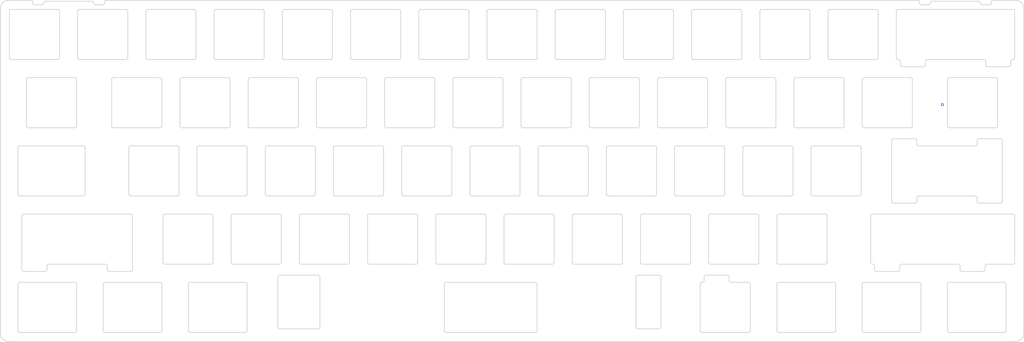
<source format=kicad_pcb>
(kicad_pcb (version 20211014) (generator pcbnew)

  (general
    (thickness 1.6)
  )

  (paper "A4")
  (layers
    (0 "F.Cu" signal)
    (31 "B.Cu" signal)
    (32 "B.Adhes" user "B.Adhesive")
    (33 "F.Adhes" user "F.Adhesive")
    (34 "B.Paste" user)
    (35 "F.Paste" user)
    (36 "B.SilkS" user "B.Silkscreen")
    (37 "F.SilkS" user "F.Silkscreen")
    (38 "B.Mask" user)
    (39 "F.Mask" user)
    (40 "Dwgs.User" user "User.Drawings")
    (41 "Cmts.User" user "User.Comments")
    (42 "Eco1.User" user "User.Eco1")
    (43 "Eco2.User" user "User.Eco2")
    (44 "Edge.Cuts" user)
    (45 "Margin" user)
    (46 "B.CrtYd" user "B.Courtyard")
    (47 "F.CrtYd" user "F.Courtyard")
    (48 "B.Fab" user)
    (49 "F.Fab" user)
  )

  (setup
    (pad_to_mask_clearance 0.051)
    (solder_mask_min_width 0.25)
    (pcbplotparams
      (layerselection 0x00010fc_ffffffff)
      (disableapertmacros false)
      (usegerberextensions false)
      (usegerberattributes false)
      (usegerberadvancedattributes false)
      (creategerberjobfile false)
      (svguseinch false)
      (svgprecision 6)
      (excludeedgelayer true)
      (plotframeref false)
      (viasonmask false)
      (mode 1)
      (useauxorigin false)
      (hpglpennumber 1)
      (hpglpenspeed 20)
      (hpglpendiameter 15.000000)
      (dxfpolygonmode true)
      (dxfimperialunits true)
      (dxfusepcbnewfont true)
      (psnegative false)
      (psa4output false)
      (plotreference true)
      (plotvalue false)
      (plotinvisibletext false)
      (sketchpadsonfab false)
      (subtractmaskfromsilk false)
      (outputformat 1)
      (mirror false)
      (drillshape 0)
      (scaleselection 1)
      (outputdirectory "./gerber")
    )
  )

  (net 0 "")

  (gr_line (start 29.537 46.2) (end 29.537 59.2) (layer "Edge.Cuts") (width 0.2) (tstamp 00078eff-e0c8-4626-8088-266c04cb5881))
  (gr_arc (start 248.3245 97.3) (mid 248.178053 97.653553) (end 247.8245 97.8) (layer "Edge.Cuts") (width 0.2) (tstamp 00704c90-b66f-42d6-b2a0-f82cd2f35af2))
  (gr_line (start 210.987 119.9) (end 204.987 119.9) (layer "Edge.Cuts") (width 0.2) (tstamp 00dc10f5-0a54-4c58-b83c-c180dfdec274))
  (gr_line (start 291.187 103.35) (end 291.187 116.35) (layer "Edge.Cuts") (width 0.2) (tstamp 010d384a-6926-4b13-a9fb-bf39385f00d3))
  (gr_arc (start 220.037 46.2) (mid 220.183447 45.846447) (end 220.537 45.7) (layer "Edge.Cuts") (width 0.2) (tstamp 01e93ef1-7ddf-49fc-9e50-c72b76d14ade))
  (gr_line (start 76.8745 84.3) (end 76.8745 97.3) (layer "Edge.Cuts") (width 0.2) (tstamp 0269a8ed-786b-4e26-8d4b-e8bd0509b3df))
  (gr_line (start 68.137 45.7) (end 81.137 45.7) (layer "Edge.Cuts") (width 0.2) (tstamp 02972ebd-2649-44ae-933b-65029a0cf05a))
  (gr_arc (start 15.2495 65.25) (mid 15.395947 64.896447) (end 15.7495 64.75) (layer "Edge.Cuts") (width 0.2) (tstamp 02c57ab7-e948-4de1-bb27-15815119b2ce))
  (gr_line (start 101.4745 97.8) (end 114.4745 97.8) (layer "Edge.Cuts") (width 0.2) (tstamp 0462563f-5b24-4608-98f1-cf94d3ee6b6d))
  (gr_arc (start 214.487 45.7) (mid 214.840553 45.846447) (end 214.987 46.2) (layer "Edge.Cuts") (width 0.2) (tstamp 050d48e9-9c9f-4074-9634-4be54ebb343b))
  (gr_arc (start 12.86825 122.4) (mid 13.014697 122.046447) (end 13.36825 121.9) (layer "Edge.Cuts") (width 0.2) (tstamp 05588646-a045-4425-ae0b-38ff8cd7c7d2))
  (gr_arc (start 43.537 59.2) (mid 43.390553 59.553553) (end 43.037 59.7) (layer "Edge.Cuts") (width 0.2) (tstamp 065efa7e-48c0-4ed1-9ac7-59afef1faf04))
  (gr_line (start 58.112 65.25) (end 58.112 78.25) (layer "Edge.Cuts") (width 0.2) (tstamp 06a8639b-c1ba-49ed-af08-4ef089957aeb))
  (gr_arc (start 132.43075 135.9) (mid 132.077197 135.753553) (end 131.93075 135.4) (layer "Edge.Cuts") (width 0.2) (tstamp 06b0d6b3-0260-4d4e-bc7e-db13d33acc74))
  (gr_arc (start 62.8745 84.3) (mid 63.020947 83.946447) (end 63.3745 83.8) (layer "Edge.Cuts") (width 0.2) (tstamp 071ff6fa-5237-4c55-aff3-99b46e057133))
  (gr_line (start 187.1995 116.85) (end 200.1995 116.85) (layer "Edge.Cuts") (width 0.2) (tstamp 097ecc12-7bf3-4ae1-8b6a-4b90a1b122f3))
  (gr_line (start 234.037 46.2) (end 234.037 59.2) (layer "Edge.Cuts") (width 0.2) (tstamp 09bd1ef1-a59a-4f89-a329-a0e974e68e03))
  (gr_arc (start 100.187 45.7) (mid 100.540553 45.846447) (end 100.687 46.2) (layer "Edge.Cuts") (width 0.2) (tstamp 09edfc55-da8c-4ae3-b9b9-2035314e2474))
  (gr_arc (start 191.462 65.25) (mid 191.608447 64.896447) (end 191.962 64.75) (layer "Edge.Cuts") (width 0.2) (tstamp 0a052644-da49-49a3-b449-cacf0e37e840))
  (gr_line (start 282.95625 117.35) (end 282.95625 118.35) (layer "Edge.Cuts") (width 0.2) (tstamp 0a69459c-d135-4796-88f4-04fbebe3e0e7))
  (gr_line (start 15.2495 65.25) (end 15.2495 78.25) (layer "Edge.Cuts") (width 0.2) (tstamp 0a7be626-daea-43f9-aace-0340b7551fff))
  (gr_line (start 110.4995 103.35) (end 110.4995 116.35) (layer "Edge.Cuts") (width 0.2) (tstamp 0ac1db50-90b1-40a6-a1ec-b09724fe9d8f))
  (gr_line (start 192.43075 134.4) (end 192.43075 120.4) (layer "Edge.Cuts") (width 0.2) (tstamp 0addb7b3-5e58-43f6-a279-02858c619256))
  (gr_arc (start 191.93075 119.9) (mid 192.284303 120.046447) (end 192.43075 120.4) (layer "Edge.Cuts") (width 0.2) (tstamp 0b1d39c7-3b9a-40f9-8871-5428e156ae19))
  (gr_arc (start 101.4745 97.8) (mid 101.120947 97.653553) (end 100.9745 97.3) (layer "Edge.Cuts") (width 0.2) (tstamp 0b249c38-eaf1-4a09-b7d5-071bbc562b5d))
  (gr_arc (start 185.93075 134.9) (mid 185.577197 134.753553) (end 185.43075 134.4) (layer "Edge.Cuts") (width 0.2) (tstamp 0b3ee217-194d-47ff-84f0-f09f51e52aa8))
  (gr_line (start 172.912 78.75) (end 185.912 78.75) (layer "Edge.Cuts") (width 0.2) (tstamp 0b43a4b2-14f3-4690-ab8d-d55eb67a7438))
  (gr_arc (start 215.7745 97.8) (mid 215.420947 97.653553) (end 215.2745 97.3) (layer "Edge.Cuts") (width 0.2) (tstamp 0b525bbc-8310-4bdf-ab3c-2f179935af99))
  (gr_line (start 229.562 65.25) (end 229.562 78.25) (layer "Edge.Cuts") (width 0.2) (tstamp 0c027afe-b5d5-4803-80d3-baa193104d48))
  (gr_line (start 211.487 121.4) (end 211.487 120.4) (layer "Edge.Cuts") (width 0.2) (tstamp 0c575b06-c7ae-4c60-b66f-76d36b20f938))
  (gr_line (start 290.1 60.2) (end 290.1 61.2) (layer "Edge.Cuts") (width 0.2) (tstamp 0c6b34fa-d950-4b42-8fcd-2910821df526))
  (gr_arc (start 233.537 45.7) (mid 233.890553 45.846447) (end 234.037 46.2) (layer "Edge.Cuts") (width 0.2) (tstamp 0d79d486-012b-4c1f-8516-e86b190c59e8))
  (gr_line (start 191.93075 134.9) (end 185.93075 134.9) (layer "Edge.Cuts") (width 0.2) (tstamp 0da5ad00-fd3e-4503-bc84-fac100a7dc84))
  (gr_line (start 205.462 65.25) (end 205.462 78.25) (layer "Edge.Cuts") (width 0.2) (tstamp 0dad73a3-aa4d-46dc-8eb5-048fd36d354f))
  (gr_line (start 91.162 65.25) (end 91.162 78.25) (layer "Edge.Cuts") (width 0.2) (tstamp 0dc31ef2-ac11-42e5-9152-2438cf59d766))
  (gr_arc (start 201.487 59.7) (mid 201.133447 59.553553) (end 200.987 59.2) (layer "Edge.Cuts") (width 0.2) (tstamp 0e677c85-3782-4cac-898b-a79bb3ec6e2d))
  (gr_line (start 234.8245 83.8) (end 247.8245 83.8) (layer "Edge.Cuts") (width 0.2) (tstamp 0ebb3310-786b-424d-807f-c7d51aa7436f))
  (gr_line (start 132.43075 121.9) (end 157.337 121.9) (layer "Edge.Cuts") (width 0.2) (tstamp 0efb5545-c613-4dec-90f6-c0564de3874a))
  (gr_arc (start 134.812 78.75) (mid 134.458447 78.603553) (end 134.312 78.25) (layer "Edge.Cuts") (width 0.2) (tstamp 0f51b4bb-287f-4d18-9108-79cc421ad17e))
  (gr_arc (start 250.99325 103.35) (mid 251.139697 102.996447) (end 251.49325 102.85) (layer "Edge.Cuts") (width 0.2) (tstamp 0f658511-6571-42bf-8e41-69c7883267e7))
  (gr_arc (start 158.1245 84.3) (mid 158.270947 83.946447) (end 158.6245 83.8) (layer "Edge.Cuts") (width 0.2) (tstamp 0fe0b099-2347-4aaf-9e57-5303d56c723a))
  (gr_arc (start 139.0745 84.3) (mid 139.220947 83.946447) (end 139.5745 83.8) (layer "Edge.Cuts") (width 0.2) (tstamp 0fe40178-1849-4868-93c3-17c0e087c4af))
  (gr_arc (start 14.45525 118.85) (mid 14.101697 118.703553) (end 13.95525 118.35) (layer "Edge.Cuts") (width 0.2) (tstamp 0ffb3caa-c2dc-4ccc-aa70-49c30e2c16c1))
  (gr_line (start 60.99325 135.9) (end 76.3745 135.9) (layer "Edge.Cuts") (width 0.2) (tstamp 10750482-b151-42a3-84c6-51a9eb2eaac4))
  (gr_line (start 13.36825 135.9) (end 28.7495 135.9) (layer "Edge.Cuts") (width 0.2) (tstamp 10d2efff-3fa2-4ff0-88ec-6a13cfcb3c5c))
  (gr_line (start 13.36825 83.8) (end 31.13075 83.8) (layer "Edge.Cuts") (width 0.2) (tstamp 10e4868a-efba-4b4e-8510-77175944136f))
  (gr_arc (start 205.7495 103.35) (mid 205.895947 102.996447) (end 206.2495 102.85) (layer "Edge.Cuts") (width 0.2) (tstamp 10e764e2-a17a-4887-8dd5-542e3c9ab6db))
  (gr_arc (start 130.0495 116.85) (mid 129.695947 116.703553) (end 129.5495 116.35) (layer "Edge.Cuts") (width 0.2) (tstamp 1146a680-2f89-4ca5-8192-cfbb902c43ca))
  (gr_line (start 206.2495 116.85) (end 219.2495 116.85) (layer "Edge.Cuts") (width 0.2) (tstamp 11d86f3d-1a15-4915-8bab-e25528b5e89f))
  (gr_line (start 191.462 65.25) (end 191.462 78.25) (layer "Edge.Cuts") (width 0.2) (tstamp 123fe2f0-5211-4b54-b70c-5aa976bea29e))
  (gr_line (start 211.012 64.75) (end 224.012 64.75) (layer "Edge.Cuts") (width 0.2) (tstamp 131fdc19-4592-4d16-a0a3-6c12a4108745))
  (gr_arc (start 230.062 78.75) (mid 229.708447 78.603553) (end 229.562 78.25) (layer "Edge.Cuts") (width 0.2) (tstamp 133e8af7-4ced-4cd8-961f-4ad7b31c5ad5))
  (gr_line (start 264.662 43.675) (end 264.662 43.925) (layer "Edge.Cuts") (width 0.2) (tstamp 135f8e46-3647-446e-983d-ca74361cba41))
  (gr_line (start 186.6995 103.35) (end 186.6995 116.35) (layer "Edge.Cuts") (width 0.2) (tstamp 16422303-443d-4008-87d9-e1a225b18c1b))
  (gr_arc (start 76.3745 121.9) (mid 76.728053 122.046447) (end 76.8745 122.4) (layer "Edge.Cuts") (width 0.2) (tstamp 1747da69-2225-4a39-a30c-f491d7150816))
  (gr_line (start 288.80575 122.4) (end 288.80575 135.4) (layer "Edge.Cuts") (width 0.2) (tstamp 17af0b03-8a04-4d8e-b4ae-5bcbdbd06c3f))
  (gr_line (start 272.9245 64.75) (end 285.9245 64.75) (layer "Edge.Cuts") (width 0.2) (tstamp 17d84b6c-ab94-401c-957b-ad5875fdcb44))
  (gr_arc (start 58.112 65.25) (mid 58.258447 64.896447) (end 58.612 64.75) (layer "Edge.Cuts") (width 0.2) (tstamp 18860542-cdce-4e4c-bf8c-fea2aa2220c4))
  (gr_arc (start 10.987 59.7) (mid 10.633447 59.553553) (end 10.487 59.2) (layer "Edge.Cuts") (width 0.2) (tstamp 19116ca1-2fc6-4e88-9239-0c431bb678b7))
  (gr_line (start 86.3995 103.35) (end 86.3995 116.35) (layer "Edge.Cuts") (width 0.2) (tstamp 19ac52fd-6b83-4508-9433-9546a333f1b9))
  (gr_line (start 229.2745 84.3) (end 229.2745 97.3) (layer "Edge.Cuts") (width 0.2) (tstamp 19aff919-b110-420e-b0cb-34e0bd118740))
  (gr_line (start 258.637 45.7) (end 290.687 45.7) (layer "Edge.Cuts") (width 0.2) (tstamp 1a1f6233-8c2e-473a-9f73-41c7ad9882e5))
  (gr_line (start 266.224 60.2) (end 266.224 61.2) (layer "Edge.Cuts") (width 0.2) (tstamp 1a7c16e7-c847-4594-ba44-fcd14eff9d9b))
  (gr_line (start 293.712 45.425) (end 293.712 136.175) (layer "Edge.Cuts") (width 0.2) (tstamp 1ad0c826-d96d-4ce1-9b25-c586c951191a))
  (gr_line (start 285.162 43.175) (end 291.462 43.175) (layer "Edge.Cuts") (width 0.2) (tstamp 1b7335c6-f8a0-4665-9cae-96ca5f88082d))
  (gr_line (start 124.4995 103.35) (end 124.4995 116.35) (layer "Edge.Cuts") (width 0.2) (tstamp 1bb6b07c-1ac8-4347-a582-d385823caf1e))
  (gr_line (start 172.912 64.75) (end 185.912 64.75) (layer "Edge.Cuts") (width 0.2) (tstamp 1bcadabf-49fd-4f15-9703-c271281f3d0c))
  (gr_arc (start 256.84275 82.3) (mid 256.989197 81.946447) (end 257.34275 81.8) (layer "Edge.Cuts") (width 0.2) (tstamp 1bfe171a-98d9-46db-9492-855c2e95383e))
  (gr_arc (start 224.7995 103.35) (mid 224.945947 102.996447) (end 225.2995 102.85) (layer "Edge.Cuts") (width 0.2) (tstamp 1cf73e99-6644-43f1-9605-1bcc63c4ca9a))
  (gr_line (start 264.34275 97.8) (end 280.21875 97.8) (layer "Edge.Cuts") (width 0.2) (tstamp 1d2d5409-88f7-49e7-af86-7e9d4508aee5))
  (gr_arc (start 228.7745 83.8) (mid 229.128053 83.946447) (end 229.2745 84.3) (layer "Edge.Cuts") (width 0.2) (tstamp 1d646854-47b1-4f65-a079-41d5cc05ac8c))
  (gr_line (start 53.3495 103.35) (end 53.3495 116.35) (layer "Edge.Cuts") (width 0.2) (tstamp 1f1e52b5-111c-4b8d-ae0c-39efc4719744))
  (gr_line (start 284.662 43.675) (end 284.662 43.925) (layer "Edge.Cuts") (width 0.2) (tstamp 1f4a5de1-bed7-4ef7-bc95-f436338440ed))
  (gr_arc (start 185.912 64.75) (mid 186.265553 64.896447) (end 186.412 65.25) (layer "Edge.Cuts") (width 0.2) (tstamp 1fa55ac0-fd30-4a39-99b2-2303d9b92e3d))
  (gr_line (start 31.63075 84.3) (end 31.63075 97.3) (layer "Edge.Cuts") (width 0.2) (tstamp 1fe6d26a-190d-480d-82cd-87fc60ba25dd))
  (gr_arc (start 72.8995 116.85) (mid 72.545947 116.703553) (end 72.3995 116.35) (layer "Edge.Cuts") (width 0.2) (tstamp 1fec6906-c24c-489d-908a-867949b12ea6))
  (gr_line (start 203.86825 135.9) (end 216.86825 135.9) (layer "Edge.Cuts") (width 0.2) (tstamp 207dfb6c-72ed-43e2-a594-5e1688243f37))
  (gr_arc (start 195.437 45.7) (mid 195.790553 45.846447) (end 195.937 46.2) (layer "Edge.Cuts") (width 0.2) (tstamp 2089e40a-bc36-4da8-b94f-f363a3f3f68e))
  (gr_arc (start 225.2995 116.85) (mid 224.945947 116.703553) (end 224.7995 116.35) (layer "Edge.Cuts") (width 0.2) (tstamp 20b2d051-ac5f-45f9-856f-719141777ed4))
  (gr_line (start 248.3245 84.3) (end 248.3245 97.3) (layer "Edge.Cuts") (width 0.2) (tstamp 20d48e5a-6317-4822-8122-e3741a34d86e))
  (gr_arc (start 91.4495 103.35) (mid 91.595947 102.996447) (end 91.9495 102.85) (layer "Edge.Cuts") (width 0.2) (tstamp 2246ad33-cee4-486b-8ca1-cc7dcf755270))
  (gr_arc (start 259.08025 117.35) (mid 259.226697 116.996447) (end 259.58025 116.85) (layer "Edge.Cuts") (width 0.2) (tstamp 2264af68-36e3-49bd-af89-39a8b85c4e6f))
  (gr_arc (start 275.45625 116.85) (mid 275.809803 116.996447) (end 275.95625 117.35) (layer "Edge.Cuts") (width 0.2) (tstamp 228d5cd6-bf3b-43a4-8839-2891173289b3))
  (gr_line (start 49.087 59.7) (end 62.087 59.7) (layer "Edge.Cuts") (width 0.2) (tstamp 22b03eac-dcb1-4da5-84ba-e2f201e58a76))
  (gr_arc (start 134.0245 97.3) (mid 133.878053 97.653553) (end 133.5245 97.8) (layer "Edge.Cuts") (width 0.2) (tstamp 22df8d10-96b9-4ffb-b289-c7998fe3083f))
  (gr_line (start 206.2495 102.85) (end 219.2495 102.85) (layer "Edge.Cuts") (width 0.2) (tstamp 22f44d6a-6c10-4739-9703-7e48601c639c))
  (gr_line (start 36.68075 122.4) (end 36.68075 135.4) (layer "Edge.Cuts") (width 0.2) (tstamp 230701e8-fad9-4b38-95f5-0115bb3e58b3))
  (gr_line (start 200.6995 103.35) (end 200.6995 116.35) (layer "Edge.Cuts") (width 0.2) (tstamp 231b289e-aeab-4dee-b4f6-9b83ae1bec6a))
  (gr_arc (start 49.087 59.7) (mid 48.733447 59.553553) (end 48.587 59.2) (layer "Edge.Cuts") (width 0.2) (tstamp 23409a6b-93b3-44d3-b055-c0a316152bdd))
  (gr_line (start 259.58025 116.85) (end 275.45625 116.85) (layer "Edge.Cuts") (width 0.2) (tstamp 2414054f-4cc3-448f-8c58-d23d47107c83))
  (gr_line (start 287.21875 81.8) (end 281.21875 81.8) (layer "Edge.Cuts") (width 0.2) (tstamp 2440809b-fb7f-4ddd-badc-258a80566082))
  (gr_arc (start 264.49325 121.9) (mid 264.846803 122.046447) (end 264.99325 122.4) (layer "Edge.Cuts") (width 0.2) (tstamp 24585545-b577-478e-bf39-b840aa364ba5))
  (gr_arc (start 267.662 43.925) (mid 267.515553 44.278553) (end 267.162 44.425) (layer "Edge.Cuts") (width 0.2) (tstamp 24b1b4e7-3007-43ae-8ac8-dfa24ea3d21d))
  (gr_line (start 241.18075 122.4) (end 241.18075 135.4) (layer "Edge.Cuts") (width 0.2) (tstamp 255b26e6-50c5-468e-b17b-bf93ef6f962e))
  (gr_line (start 10.987 59.7) (end 23.987 59.7) (layer "Edge.Cuts") (width 0.2) (tstamp 258d322d-698a-466d-b2f9-579337f71e90))
  (gr_line (start 96.212 65.25) (end 96.212 78.25) (layer "Edge.Cuts") (width 0.2) (tstamp 25dc6af5-ef3f-4398-8814-e17371d22a15))
  (gr_arc (start 167.362 78.25) (mid 167.215553 78.603553) (end 166.862 78.75) (layer "Edge.Cuts") (width 0.2) (tstamp 2620923d-7d78-4536-a161-436b4c06a726))
  (gr_arc (start 282.6 59.7) (mid 282.953553 59.846447) (end 283.1 60.2) (layer "Edge.Cuts") (width 0.2) (tstamp 264afb36-857b-4100-bc8f-36dffa9a2f25))
  (gr_line (start 181.937 46.2) (end 181.937 59.2) (layer "Edge.Cuts") (width 0.2) (tstamp 26741d40-5ae7-4b00-b5e4-5e40a7724e3e))
  (gr_arc (start 158.6245 97.8) (mid 158.270947 97.653553) (end 158.1245 97.3) (layer "Edge.Cuts") (width 0.2) (tstamp 26a1b023-d479-4dad-aed1-809ed1f42450))
  (gr_line (start 250.99325 103.35) (end 250.99325 116.35) (layer "Edge.Cuts") (width 0.2) (tstamp 2721485d-c9a4-4b76-a819-a5277a7ab6d4))
  (gr_arc (start 12.86825 84.3) (mid 13.014697 83.946447) (end 13.36825 83.8) (layer "Edge.Cuts") (width 0.2) (tstamp 27974278-84b5-483f-87f3-17fc47806bc0))
  (gr_arc (start 219.2495 102.85) (mid 219.603053 102.996447) (end 219.7495 103.35) (layer "Edge.Cuts") (width 0.2) (tstamp 27d74198-473f-4754-8c15-9a40d15c6cfb))
  (gr_arc (start 15.7495 78.75) (mid 15.395947 78.603553) (end 15.2495 78.25) (layer "Edge.Cuts") (width 0.2) (tstamp 28f6435b-05dc-4d81-9e3c-312faa1c23c3))
  (gr_line (start 30.037 59.7) (end 43.037 59.7) (layer "Edge.Cuts") (width 0.2) (tstamp 29658f28-12fb-44ac-ae1e-6d7103748536))
  (gr_arc (start 91.162 78.25) (mid 91.015553 78.603553) (end 90.662 78.75) (layer "Edge.Cuts") (width 0.2) (tstamp 29ca7108-6229-439c-8900-722479d4cda9))
  (gr_line (start 44.3245 97.8) (end 57.3245 97.8) (layer "Edge.Cuts") (width 0.2) (tstamp 2a4e09bb-c48e-4d2c-b18e-643c7a4100a0))
  (gr_arc (start 283.6 61.7) (mid 283.246447 61.553553) (end 283.1 61.2) (layer "Edge.Cuts") (width 0.2) (tstamp 2b2b8d11-b2fc-4650-a556-b27084115fa8))
  (gr_arc (start 187.1995 116.85) (mid 186.845947 116.703553) (end 186.6995 116.35) (layer "Edge.Cuts") (width 0.2) (tstamp 2b37fb62-b839-4419-b09e-203cd08c2270))
  (gr_line (start 252.58025 118.85) (end 258.58025 118.85) (layer "Edge.Cuts") (width 0.2) (tstamp 2bbe69b4-1a02-4b2b-9cb6-30661ce0457e))
  (gr_line (start 58.612 78.75) (end 71.612 78.75) (layer "Edge.Cuts") (width 0.2) (tstamp 2bcd7c5c-b4cc-40b2-95d5-c7c3c7e9464b))
  (gr_arc (start 37.33125 116.85) (mid 37.684803 116.996447) (end 37.83125 117.35) (layer "Edge.Cuts") (width 0.2) (tstamp 2c3f5dec-a8b4-4ade-970b-ca41582ec302))
  (gr_arc (start 86.3995 116.35) (mid 86.253053 116.703553) (end 85.8995 116.85) (layer "Edge.Cuts") (width 0.2) (tstamp 2cd98dc8-cd42-4f69-b96c-eef1f7b0f3b9))
  (gr_arc (start 234.8245 97.8) (mid 234.470947 97.653553) (end 234.3245 97.3) (layer "Edge.Cuts") (width 0.2) (tstamp 2ceefd21-9633-4cdd-9f06-ecd69f185814))
  (gr_arc (start 243.562 78.25) (mid 243.415553 78.603553) (end 243.062 78.75) (layer "Edge.Cuts") (width 0.2) (tstamp 2cf0ae5a-7e02-4df0-abef-fb057cff4b7c))
  (gr_line (start 106.237 45.7) (end 119.237 45.7) (layer "Edge.Cuts") (width 0.2) (tstamp 2ddb316c-3eb5-4c4d-93f7-046968649e30))
  (gr_arc (start 37.18075 135.9) (mid 36.827197 135.753553) (end 36.68075 135.4) (layer "Edge.Cuts") (width 0.2) (tstamp 2dfe4173-0604-492e-b5c5-744beec9d856))
  (gr_line (start 290.6 59.7) (end 290.687 59.7) (layer "Edge.Cuts") (width 0.2) (tstamp 2e1b6ecc-1698-45dd-9437-232da1dc18b8))
  (gr_arc (start 20.012 43.925) (mid 20.158447 43.571447) (end 20.512 43.425) (layer "Edge.Cuts") (width 0.2) (tstamp 2e5d1174-5334-420c-a52b-afb14ad7f93a))
  (gr_arc (start 200.6995 116.35) (mid 200.553053 116.703553) (end 200.1995 116.85) (layer "Edge.Cuts") (width 0.2) (tstamp 2ed147f7-08e6-4a24-8be2-f9052e8c0ea6))
  (gr_line (start 105.4495 103.35) (end 105.4495 116.35) (layer "Edge.Cuts") (width 0.2) (tstamp 2f578b34-cadc-44b5-b50a-2fce8e9bc72f))
  (gr_line (start 225.2995 116.85) (end 238.2995 116.85) (layer "Edge.Cuts") (width 0.2) (tstamp 2fd59173-ac1b-4a66-9009-9d24f1217e4f))
  (gr_arc (start 200.1995 102.85) (mid 200.553053 102.996447) (end 200.6995 103.35) (layer "Edge.Cuts") (width 0.2) (tstamp 3025feb4-dd07-43f3-ba42-1431231fd2fa))
  (gr_line (start 85.43075 134.4) (end 85.43075 120.4) (layer "Edge.Cuts") (width 0.2) (tstamp 307fe2ba-a904-45a6-b59a-04c9c43835a3))
  (gr_arc (start 66.8495 102.85) (mid 67.203053 102.996447) (end 67.3495 103.35) (layer "Edge.Cuts") (width 0.2) (tstamp 30b10cfe-d8e1-41e4-97d5-004fffbcb9d5))
  (gr_arc (start 143.837 46.2) (mid 143.983447 45.846447) (end 144.337 45.7) (layer "Edge.Cuts") (width 0.2) (tstamp 30c7d902-a521-4078-8e02-dbcc38774bd0))
  (gr_arc (start 39.062 65.25) (mid 39.208447 64.896447) (end 39.562 64.75) (layer "Edge.Cuts") (width 0.2) (tstamp 311f32a5-ea29-42a5-908d-898d0f58e7da))
  (gr_arc (start 293.712 136.175) (mid 293.05299 137.76599) (end 291.462 138.425) (layer "Edge.Cuts") (width 0.2) (tstamp 317cd803-1d55-4d2e-bd68-dff7f92e8364))
  (gr_line (start 158.6245 83.8) (end 171.6245 83.8) (layer "Edge.Cuts") (width 0.2) (tstamp 330487d4-85d8-4cd2-8d28-0cb78ee449b1))
  (gr_arc (start 157.837 59.2) (mid 157.690553 59.553553) (end 157.337 59.7) (layer "Edge.Cuts") (width 0.2) (tstamp 3354bec1-802c-4a25-b839-2ac9aef120d4))
  (gr_line (start 157.837 122.4) (end 157.837 135.4) (layer "Edge.Cuts") (width 0.2) (tstamp 34085c08-04fb-47ed-89e4-1acd777b66a2))
  (gr_line (start 284.162 44.425) (end 282.162 44.425) (layer "Edge.Cuts") (width 0.2) (tstamp 347e4106-0ad8-4579-9925-c65107fafee2))
  (gr_arc (start 264.34275 83.8) (mid 263.989197 83.653553) (end 263.84275 83.3) (layer "Edge.Cuts") (width 0.2) (tstamp 34bf92ae-fc18-4db4-bbb7-eb20ae5c35f4))
  (gr_line (start 185.43075 134.4) (end 185.43075 120.4) (layer "Edge.Cuts") (width 0.2) (tstamp 3595e717-f4b8-46a5-bc45-2b3be630fae3))
  (gr_arc (start 186.412 78.25) (mid 186.265553 78.603553) (end 185.912 78.75) (layer "Edge.Cuts") (width 0.2) (tstamp 35c1d841-280c-419e-a8bc-24c24651498e))
  (gr_line (start 211.012 78.75) (end 224.012 78.75) (layer "Edge.Cuts") (width 0.2) (tstamp 3662a52d-8a82-48c9-9b54-f1c6c048b9a9))
  (gr_line (start 13.36825 121.9) (end 28.7495 121.9) (layer "Edge.Cuts") (width 0.2) (tstamp 371734e2-3486-4581-985d-e85b43961de6))
  (gr_line (start 153.0745 84.3) (end 153.0745 97.3) (layer "Edge.Cuts") (width 0.2) (tstamp 375b88e2-8fe8-47d2-ac05-ba213ca4315f))
  (gr_arc (start 272.4245 122.4) (mid 272.570947 122.046447) (end 272.9245 121.9) (layer "Edge.Cuts") (width 0.2) (tstamp 37831d40-7f7f-493f-ac05-b9360d249cd7))
  (gr_arc (start 285.9245 64.75) (mid 286.278053 64.896447) (end 286.4245 65.25) (layer "Edge.Cuts") (width 0.2) (tstamp 378d92cc-04be-45e1-a983-c9444ab271e2))
  (gr_arc (start 239.087 46.2) (mid 239.233447 45.846447) (end 239.587 45.7) (layer "Edge.Cuts") (width 0.2) (tstamp 37adc2eb-0d5f-41c3-83cb-f5396596d32b))
  (gr_arc (start 181.1495 102.85) (mid 181.503053 102.996447) (end 181.6495 103.35) (layer "Edge.Cuts") (width 0.2) (tstamp 38fd2b1a-eaa3-4058-acdf-79fa845f6cd9))
  (gr_arc (start 38.33125 118.85) (mid 37.977697 118.703553) (end 37.83125 118.35) (layer "Edge.Cuts") (width 0.2) (tstamp 39ca6899-a9dd-4a92-8e42-095a0afd5f24))
  (gr_arc (start 81.137 45.7) (mid 81.490553 45.846447) (end 81.637 46.2) (layer "Edge.Cuts") (width 0.2) (tstamp 3aa8b50c-783c-4eec-8831-2712ab357d0b))
  (gr_line (start 182.437 59.7) (end 195.437 59.7) (layer "Edge.Cuts") (width 0.2) (tstamp 3aeb039f-b531-4df2-b92e-2c83e604f649))
  (gr_arc (start 123.9995 102.85) (mid 124.353053 102.996447) (end 124.4995 103.35) (layer "Edge.Cuts") (width 0.2) (tstamp 3b304ec2-c7e4-435a-bd7a-6ee2f1ec6cec))
  (gr_arc (start 24.487 59.2) (mid 24.340553 59.553553) (end 23.987 59.7) (layer "Edge.Cuts") (width 0.2) (tstamp 3b593fa0-934a-4d2c-9d0e-ad1e6e0bc061))
  (gr_arc (start 104.9495 102.85) (mid 105.303053 102.996447) (end 105.4495 103.35) (layer "Edge.Cuts") (width 0.2) (tstamp 3bce0412-5c8f-475c-9379-1428b4db350e))
  (gr_line (start 77.162 65.25) (end 77.162 78.25) (layer "Edge.Cuts") (width 0.2) (tstamp 3c124eee-67e6-4014-8398-f2f4e205dc2d))
  (gr_line (start 203.36825 122.4) (end 203.36825 135.4) (layer "Edge.Cuts") (width 0.2) (tstamp 3cb24c87-c935-4956-8aa0-707ecfd3a89c))
  (gr_arc (start 177.6745 97.8) (mid 177.320947 97.653553) (end 177.1745 97.3) (layer "Edge.Cuts") (width 0.2) (tstamp 3dfb52c6-9d35-4f96-9279-c27e60d1dc50))
  (gr_line (start 12.86825 84.3) (end 12.86825 97.3) (layer "Edge.Cuts") (width 0.2) (tstamp 3e4cfa57-d2dd-4a3b-b86b-1d6a113a7f39))
  (gr_arc (start 247.8245 83.8) (mid 248.178053 83.946447) (end 248.3245 84.3) (layer "Edge.Cuts") (width 0.2) (tstamp 3e5a4177-8fbb-407b-b2b4-175598252267))
  (gr_arc (start 217.36825 135.4) (mid 217.221803 135.753553) (end 216.86825 135.9) (layer "Edge.Cuts") (width 0.2) (tstamp 3eda813f-0829-4c34-a0e2-a926b5273b38))
  (gr_line (start 238.7995 103.35) (end 238.7995 116.35) (layer "Edge.Cuts") (width 0.2) (tstamp 3ee2e012-e427-47c6-8b2d-fa2e566783d7))
  (gr_line (start 57.8245 84.3) (end 57.8245 97.3) (layer "Edge.Cuts") (width 0.2) (tstamp 3f1b699c-1550-401e-80c6-a41fe9d15a7b))
  (gr_arc (start 62.587 59.2) (mid 62.440553 59.553553) (end 62.087 59.7) (layer "Edge.Cuts") (width 0.2) (tstamp 3ffc2901-4c2a-4401-be40-291517d4560d))
  (gr_arc (start 29.2495 78.25) (mid 29.103053 78.603553) (end 28.7495 78.75) (layer "Edge.Cuts") (width 0.2) (tstamp 4071d458-542f-43b0-9485-c496e9d834a9))
  (gr_line (start 49.087 45.7) (end 62.087 45.7) (layer "Edge.Cuts") (width 0.2) (tstamp 41b96f51-e560-44d8-a816-2aa3d02a112e))
  (gr_arc (start 57.3245 83.8) (mid 57.678053 83.946447) (end 57.8245 84.3) (layer "Edge.Cuts") (width 0.2) (tstamp 41c4118a-1fc6-4480-9d3e-0d2b858a019e))
  (gr_arc (start 17.512 44.425) (mid 17.158447 44.278553) (end 17.012 43.925) (layer "Edge.Cuts") (width 0.2) (tstamp 421d8e29-1043-42dc-8abb-351a6f376897))
  (gr_line (start 67.3495 103.35) (end 67.3495 116.35) (layer "Edge.Cuts") (width 0.2) (tstamp 427a7cb2-0ff6-4112-a10b-99428ddd9548))
  (gr_line (start 96.712 78.75) (end 109.712 78.75) (layer "Edge.Cuts") (width 0.2) (tstamp 42afda6b-de8d-4028-84b0-b544fde49f58))
  (gr_arc (start 95.9245 97.3) (mid 95.778053 97.653553) (end 95.4245 97.8) (layer "Edge.Cuts") (width 0.2) (tstamp 439ffbdf-6abc-4f31-80ce-5152bc9c737c))
  (gr_line (start 58.612 64.75) (end 71.612 64.75) (layer "Edge.Cuts") (width 0.2) (tstamp 44ff1eae-2a8c-4741-b4fa-1842a404283c))
  (gr_arc (start 259.08025 118.35) (mid 258.933803 118.703553) (end 258.58025 118.85) (layer "Edge.Cuts") (width 0.2) (tstamp 450bfbfe-55ea-458d-84d6-10badb782462))
  (gr_arc (start 82.4245 97.8) (mid 82.070947 97.653553) (end 81.9245 97.3) (layer "Edge.Cuts") (width 0.2) (tstamp 4515fcae-24fb-4e0d-af9c-772b2ddb3754))
  (gr_arc (start 77.162 65.25) (mid 77.308447 64.896447) (end 77.662 64.75) (layer "Edge.Cuts") (width 0.2) (tstamp 458b4322-ebe0-42a1-98e8-827eca52e424))
  (gr_arc (start 7.962 45.425) (mid 8.62101 43.83401) (end 10.212 43.175) (layer "Edge.Cuts") (width 0.2) (tstamp 45a8f5b7-4649-4c5d-a375-f06c1dc4d88e))
  (gr_arc (start 176.387 45.7) (mid 176.740553 45.846447) (end 176.887 46.2) (layer "Edge.Cuts") (width 0.2) (tstamp 45ec0838-9c37-45fa-9494-db87e2cb6cf3))
  (gr_arc (start 249.112 78.75) (mid 248.758447 78.603553) (end 248.612 78.25) (layer "Edge.Cuts") (width 0.2) (tstamp 46400ffd-533f-4ca5-9219-afd6deb6afdc))
  (gr_arc (start 29.537 46.2) (mid 29.683447 45.846447) (end 30.037 45.7) (layer "Edge.Cuts") (width 0.2) (tstamp 46cbb904-a15e-42fc-a138-44eeb90ce703))
  (gr_line (start 115.762 64.75) (end 128.762 64.75) (layer "Edge.Cuts") (width 0.2) (tstamp 472a71f8-24f9-4132-8fdf-4b9ba47c376e))
  (gr_arc (start 266.224 60.2) (mid 266.370447 59.846447) (end 266.724 59.7) (layer "Edge.Cuts") (width 0.2) (tstamp 4772efc3-1ec5-4ed9-9935-67b257710468))
  (gr_line (start 114.9745 84.3) (end 114.9745 97.3) (layer "Edge.Cuts") (width 0.2) (tstamp 4778ab1b-a5ed-496f-9d7a-8cf8fe7820e0))
  (gr_line (start 191.1745 84.3) (end 191.1745 97.3) (layer "Edge.Cuts") (width 0.2) (tstamp 478e8893-3573-432e-a59a-3359ac209d6d))
  (gr_line (start 36.512 44.425) (end 34.512 44.425) (layer "Edge.Cuts") (width 0.2) (tstamp 49106c9d-e924-42cb-81a0-5d58500ef5fb))
  (gr_line (start 163.387 45.7) (end 176.387 45.7) (layer "Edge.Cuts") (width 0.2) (tstamp 49a8b8e6-4b32-44cc-9b2f-b93d415d6c98))
  (gr_line (start 191.962 64.75) (end 204.962 64.75) (layer "Edge.Cuts") (width 0.2) (tstamp 49e6bb50-3596-4306-8211-4d2d6df8255d))
  (gr_line (start 168.1495 116.85) (end 181.1495 116.85) (layer "Edge.Cuts") (width 0.2) (tstamp 4a147d27-1179-4a00-87fa-88607d560f12))
  (gr_arc (start 282.95625 117.35) (mid 283.102697 116.996447) (end 283.45625 116.85) (layer "Edge.Cuts") (width 0.2) (tstamp 4a666565-21df-4153-8822-15962b6b1b24))
  (gr_arc (start 124.787 46.2) (mid 124.933447 45.846447) (end 125.287 45.7) (layer "Edge.Cuts") (width 0.2) (tstamp 4a92e50f-0d52-4766-8b3b-5104eb8dada8))
  (gr_arc (start 288.30575 121.9) (mid 288.659303 122.046447) (end 288.80575 122.4) (layer "Edge.Cuts") (width 0.2) (tstamp 4b39d049-a09e-468e-aac7-d4760a7fb318))
  (gr_arc (start 258.724 59.7) (mid 259.077553 59.846447) (end 259.224 60.2) (layer "Edge.Cuts") (width 0.2) (tstamp 4c2b4bfd-da55-4494-9577-624f34aef62d))
  (gr_arc (start 100.687 59.2) (mid 100.540553 59.553553) (end 100.187 59.7) (layer "Edge.Cuts") (width 0.2) (tstamp 4c739241-7474-4e58-b15a-a8bbc7d59160))
  (gr_arc (start 172.912 78.75) (mid 172.558447 78.603553) (end 172.412 78.25) (layer "Edge.Cuts") (width 0.2) (tstamp 4c799ea0-b527-49fa-98cf-1ddf84d46dc9))
  (gr_line (start 264.99325 122.4) (end 264.99325 135.4) (layer "Edge.Cuts") (width 0.2) (tstamp 4c9128c5-4e66-4872-905d-7358c2bfd848))
  (gr_line (start 29.2495 122.4) (end 29.2495 135.4) (layer "Edge.Cuts") (width 0.2) (tstamp 4cac0fb3-e51e-4c87-824f-24dd0e8c8943))
  (gr_line (start 72.112 65.25) (end 72.112 78.25) (layer "Edge.Cuts") (width 0.2) (tstamp 4d3637c0-8ef4-4439-8638-5db5fe5e0251))
  (gr_arc (start 53.062 135.4) (mid 52.915553 135.753553) (end 52.562 135.9) (layer "Edge.Cuts") (width 0.2) (tstamp 4d85f808-f136-4c50-92c9-7be177d979ad))
  (gr_arc (start 204.487 120.4) (mid 204.633447 120.046447) (end 204.987 119.9) (layer "Edge.Cuts") (width 0.2) (tstamp 4de8a960-f5b4-4a1a-b43c-1f6cde9ae178))
  (gr_arc (start 44.3245 97.8) (mid 43.970947 97.653553) (end 43.8245 97.3) (layer "Edge.Cuts") (width 0.2) (tstamp 4e27881f-3e96-4f7d-b0a3-8a3a4f71c27f))
  (gr_line (start 215.2745 84.3) (end 215.2745 97.3) (layer "Edge.Cuts") (width 0.2) (tstamp 4e443f35-4e24-402e-8626-3841a14370d9))
  (gr_line (start 37.012 43.675) (end 37.012 43.925) (layer "Edge.Cuts") (width 0.2) (tstamp 4e611060-ecb5-4394-9934-8e651f81f5e1))
  (gr_line (start 224.512 65.25) (end 224.512 78.25) (layer "Edge.Cuts") (width 0.2) (tstamp 4f48fc1f-18c3-465b-b2c5-f557955f22aa))
  (gr_line (start 139.0745 84.3) (end 139.0745 97.3) (layer "Edge.Cuts") (width 0.2) (tstamp 4fced489-6c4b-4231-b547-0c550ed87e4f))
  (gr_arc (start 210.512 65.25) (mid 210.658447 64.896447) (end 211.012 64.75) (layer "Edge.Cuts") (width 0.2) (tstamp 5021f9d4-27cd-40b5-aade-5243ec47a60b))
  (gr_arc (start 31.63075 97.3) (mid 31.484303 97.653553) (end 31.13075 97.8) (layer "Edge.Cuts") (width 0.2) (tstamp 506da6c9-ba1f-4d32-b9d6-af927262a549))
  (gr_line (start 217.36825 122.4) (end 217.36825 135.4) (layer "Edge.Cuts") (width 0.2) (tstamp 50eea880-c1c7-4f57-a32a-22c49b270bd2))
  (gr_line (start 263.34275 81.8) (end 257.34275 81.8) (layer "Edge.Cuts") (width 0.2) (tstamp 524c5f56-d73d-4d56-8796-abc6cb4153d1))
  (gr_line (start 264.34275 83.8) (end 280.21875 83.8) (layer "Edge.Cuts") (width 0.2) (tstamp 5299ee51-18a7-40fd-a304-fef7ed9b08a4))
  (gr_arc (start 240.68075 121.9) (mid 241.034303 122.046447) (end 241.18075 122.4) (layer "Edge.Cuts") (width 0.2) (tstamp 5396a30a-57c8-4ae7-a74a-551900383a98))
  (gr_arc (start 87.187 59.7) (mid 86.833447 59.553553) (end 86.687 59.2) (layer "Edge.Cuts") (width 0.2) (tstamp 53ad3824-914e-4d62-8bea-20e1d760cf18))
  (gr_line (start 187.1995 102.85) (end 200.1995 102.85) (layer "Edge.Cuts") (width 0.2) (tstamp 5496fd8b-7b7f-469c-96a4-74dadaa08803))
  (gr_arc (start 205.462 78.25) (mid 205.315553 78.603553) (end 204.962 78.75) (layer "Edge.Cuts") (width 0.2) (tstamp 550b26c9-1cee-47c6-81a9-45e6d70bb39c))
  (gr_line (start 201.487 59.7) (end 214.487 59.7) (layer "Edge.Cuts") (width 0.2) (tstamp 55189f5b-7889-4985-930d-46eade675f1d))
  (gr_arc (start 224.512 78.25) (mid 224.365553 78.603553) (end 224.012 78.75) (layer "Edge.Cuts") (width 0.2) (tstamp 56bddacc-fe97-422a-9408-3cbb82b22cb9))
  (gr_line (start 115.762 78.75) (end 128.762 78.75) (layer "Edge.Cuts") (width 0.2) (tstamp 570b6a02-5ec0-426d-bc78-4da157f3ebc0))
  (gr_arc (start 96.712 78.75) (mid 96.358447 78.603553) (end 96.212 78.25) (layer "Edge.Cuts") (width 0.2) (tstamp 57da1054-e73e-48ee-959d-ac560d6a0f41))
  (gr_line (start 153.362 65.25) (end 153.362 78.25) (layer "Edge.Cuts") (width 0.2) (tstamp 57ff97ed-1fe9-4443-b371-4895954f7a0e))
  (gr_arc (start 85.8995 102.85) (mid 86.253053 102.996447) (end 86.3995 103.35) (layer "Edge.Cuts") (width 0.2) (tstamp 580fadbc-b040-49f6-9953-9e5cef9dcc48))
  (gr_line (start 225.2995 135.9) (end 240.68075 135.9) (layer "Edge.Cuts") (width 0.2) (tstamp 58956415-360b-40f7-803b-b6f3cb064aa6))
  (gr_line (start 105.737 46.2) (end 105.737 59.2) (layer "Edge.Cuts") (width 0.2) (tstamp 5aa91f3c-0195-4e75-88c2-51064725621d))
  (gr_arc (start 44.33125 102.85) (mid 44.684803 102.996447) (end 44.83125 103.35) (layer "Edge.Cuts") (width 0.2) (tstamp 5beedfb3-c283-4c40-a825-26b37257673f))
  (gr_line (start 281.21875 99.8) (end 287.21875 99.8) (layer "Edge.Cuts") (width 0.2) (tstamp 5bf11acf-435f-4a7e-9973-ad49430b932f))
  (gr_arc (start 152.5745 83.8) (mid 152.928053 83.946447) (end 153.0745 84.3) (layer "Edge.Cuts") (width 0.2) (tstamp 5c016e54-96e0-4b1c-bc90-ff3473aedc43))
  (gr_arc (start 191.962 78.75) (mid 191.608447 78.603553) (end 191.462 78.25) (layer "Edge.Cuts") (width 0.2) (tstamp 5c1f7006-ea07-4030-a81b-49949acac72b))
  (gr_line (start 43.8245 84.3) (end 43.8245 97.3) (layer "Edge.Cuts") (width 0.2) (tstamp 5c858850-a41f-49c6-9b99-446d78ce9910))
  (gr_arc (start 63.3745 97.8) (mid 63.020947 97.653553) (end 62.8745 97.3) (layer "Edge.Cuts") (width 0.2) (tstamp 5ca8f99b-fbdf-4277-a4d8-f473a4effb2b))
  (gr_arc (start 85.93075 134.9) (mid 85.577197 134.753553) (end 85.43075 134.4) (layer "Edge.Cuts") (width 0.2) (tstamp 5d43c00b-dbc1-4842-b634-e8590789785f))
  (gr_line (start 259.224 60.2) (end 259.224 61.2) (layer "Edge.Cuts") (width 0.2) (tstamp 5d6b412d-43fe-4124-81b3-41b77d724c37))
  (gr_line (start 63.3745 83.8) (end 76.3745 83.8) (layer "Edge.Cuts") (width 0.2) (tstamp 5e2dc111-7479-4fe8-b4c7-7fd3c28a7f5c))
  (gr_arc (start 153.862 78.75) (mid 153.508447 78.603553) (end 153.362 78.25) (layer "Edge.Cuts") (width 0.2) (tstamp 5efa5d71-584f-435b-a9b8-84f14eb3126e))
  (gr_line (start 204.487 121.4) (end 204.487 120.4) (layer "Edge.Cuts") (width 0.2) (tstamp 5f551fd2-db74-4f05-a3c3-64a5e0efb443))
  (gr_line (start 62.8745 84.3) (end 62.8745 97.3) (layer "Edge.Cuts") (width 0.2) (tstamp 5f75fce7-e040-4a8c-8ad9-e3e3791805a9))
  (gr_arc (start 60.99325 135.9) (mid 60.639697 135.753553) (end 60.49325 135.4) (layer "Edge.Cuts") (width 0.2) (tstamp 5f8e78fa-fc97-4a96-80a4-b11b892e82f2))
  (gr_line (start 29.2495 65.25) (end 29.2495 78.25) (layer "Edge.Cuts") (width 0.2) (tstamp 606c41ca-4cb7-485b-bccf-758651d9256f))
  (gr_line (start 230.062 64.75) (end 243.062 64.75) (layer "Edge.Cuts") (width 0.2) (tstamp 60c34828-d1c0-49df-a74a-e12deab306de))
  (gr_line (start 258.637 59.7) (end 258.724 59.7) (layer "Edge.Cuts") (width 0.2) (tstamp 613303c2-f48b-4e8d-9eab-f07ffaaa356f))
  (gr_arc (start 258.637 59.7) (mid 258.283447 59.553553) (end 258.137 59.2) (layer "Edge.Cuts") (width 0.2) (tstamp 62a0b1b6-8f83-4446-b0ba-843d0d3ddc18))
  (gr_line (start 272.9245 121.9) (end 288.30575 121.9) (layer "Edge.Cuts") (width 0.2) (tstamp 62abb903-e1bf-4dfc-997e-95e4f3de231e))
  (gr_line (start 53.062 122.4) (end 53.062 135.4) (layer "Edge.Cuts") (width 0.2) (tstamp 62c62b32-e767-4f4b-985b-fa21c65cb942))
  (gr_arc (start 243.062 64.75) (mid 243.415553 64.896447) (end 243.562 65.25) (layer "Edge.Cuts") (width 0.2) (tstamp 636ff9d8-e56d-4389-92e3-9fd968c06ea3))
  (gr_arc (start 105.4495 116.35) (mid 105.303053 116.703553) (end 104.9495 116.85) (layer "Edge.Cuts") (width 0.2) (tstamp 641a212e-98ab-4f50-a9ce-ee30449bef15))
  (gr_arc (start 176.887 59.2) (mid 176.740553 59.553553) (end 176.387 59.7) (layer "Edge.Cuts") (width 0.2) (tstamp 64be2d25-5b4f-4166-ad84-9dd313e4e2ff))
  (gr_arc (start 62.087 45.7) (mid 62.440553 45.846447) (end 62.587 46.2) (layer "Edge.Cuts") (width 0.2) (tstamp 65321985-657f-4e17-a0a5-f2f7935eae83))
  (gr_line (start 101.4745 83.8) (end 114.4745 83.8) (layer "Edge.Cuts") (width 0.2) (tstamp 65632568-3729-4f62-a333-cb8a1698561a))
  (gr_arc (start 215.2745 84.3) (mid 215.420947 83.946447) (end 215.7745 83.8) (layer "Edge.Cuts") (width 0.2) (tstamp 677c70c1-c493-47f4-bea9-5495cda869ca))
  (gr_arc (start 248.612 65.25) (mid 248.758447 64.896447) (end 249.112 64.75) (layer "Edge.Cuts") (width 0.2) (tstamp 678563eb-eab6-4f68-9cf0-f3827943b3fe))
  (gr_arc (start 253.087 59.2) (mid 252.940553 59.553553) (end 252.587 59.7) (layer "Edge.Cuts") (width 0.2) (tstamp 67b07587-d28c-4d8f-8a7e-127075c375da))
  (gr_arc (start 68.137 59.7) (mid 67.783447 59.553553) (end 67.637 59.2) (layer "Edge.Cuts") (width 0.2) (tstamp 67b494e3-647a-4460-babe-5d7f1a2c0c94))
  (gr_line (start 100.687 46.2) (end 100.687 59.2) (layer "Edge.Cuts") (width 0.2) (tstamp 67ba86e9-5ec4-484c-b414-3832481f6ebf))
  (gr_arc (start 20.95525 117.35) (mid 21.101697 116.996447) (end 21.45525 116.85) (layer "Edge.Cuts") (width 0.2) (tstamp 67f57a05-4205-43a4-959c-96329a2518b7))
  (gr_line (start 72.8995 116.85) (end 85.8995 116.85) (layer "Edge.Cuts") (width 0.2) (tstamp 681fd7f9-0a51-41ee-b732-53f4406467a0))
  (gr_line (start 134.0245 84.3) (end 134.0245 97.3) (layer "Edge.Cuts") (width 0.2) (tstamp 68854153-3879-4298-8e04-495b15b63e09))
  (gr_line (start 134.812 64.75) (end 147.812 64.75) (layer "Edge.Cuts") (width 0.2) (tstamp 699b6899-9e6e-464b-a25f-778a1f50f9ad))
  (gr_arc (start 124.4995 116.35) (mid 124.353053 116.703553) (end 123.9995 116.85) (layer "Edge.Cuts") (width 0.2) (tstamp 69a14206-6546-4ee8-b44f-07519767b4d6))
  (gr_arc (start 252.587 45.7) (mid 252.940553 45.846447) (end 253.087 46.2) (layer "Edge.Cuts") (width 0.2) (tstamp 6a657b61-f1de-4c00-bf60-618db3beed02))
  (gr_arc (start 44.83125 118.35) (mid 44.684803 118.703553) (end 44.33125 118.85) (layer "Edge.Cuts") (width 0.2) (tstamp 6b739559-7614-4068-8573-20f2944ff7f0))
  (gr_line (start 201.487 45.7) (end 214.487 45.7) (layer "Edge.Cuts") (width 0.2) (tstamp 6bb51504-6f06-4111-87d0-12a6d14b1823))
  (gr_arc (start 31.13075 83.8) (mid 31.484303 83.946447) (end 31.63075 84.3) (layer "Edge.Cuts") (width 0.2) (tstamp 6c22b179-df6a-41ea-b2b7-5dfa24389056))
  (gr_arc (start 264.99325 135.4) (mid 264.846803 135.753553) (end 264.49325 135.9) (layer "Edge.Cuts") (width 0.2) (tstamp 6c83d8b4-f6df-4eb4-a97e-f267d2f68c82))
  (gr_arc (start 37.012 43.925) (mid 36.865553 44.278553) (end 36.512 44.425) (layer "Edge.Cuts") (width 0.2) (tstamp 6cc202ae-5eb9-438e-b4f6-a95e7dc17365))
  (gr_line (start 119.737 46.2) (end 119.737 59.2) (layer "Edge.Cuts") (width 0.2) (tstamp 6d1c2f54-3d6e-443f-81a8-eb5f8acf285b))
  (gr_arc (start 81.9245 84.3) (mid 82.070947 83.946447) (end 82.4245 83.8) (layer "Edge.Cuts") (width 0.2) (tstamp 6d542fcc-e15c-4f45-8ebc-3ec5c0e0f3dd))
  (gr_arc (start 163.387 59.7) (mid 163.033447 59.553553) (end 162.887 59.2) (layer "Edge.Cuts") (width 0.2) (tstamp 6d69f5ef-ca13-4a34-9e01-d7870d65b0ca))
  (gr_line (start 275.95625 117.35) (end 275.95625 118.35) (layer "Edge.Cuts") (width 0.2) (tstamp 6e293d10-00aa-4aa7-82fe-597f2b669515))
  (gr_line (start 172.1245 84.3) (end 172.1245 97.3) (layer "Edge.Cuts") (width 0.2) (tstamp 6e59fe17-8c99-4020-a54c-1dad1ec06b5a))
  (gr_line (start 38.33125 118.85) (end 44.33125 118.85) (layer "Edge.Cuts") (width 0.2) (tstamp 6e774ae2-5df4-49ea-8fdf-e96796a16997))
  (gr_arc (start 144.337 59.7) (mid 143.983447 59.553553) (end 143.837 59.2) (layer "Edge.Cuts") (width 0.2) (tstamp 6e842d5f-13e6-4281-abb8-56d3d9ff914e))
  (gr_line (start 17.012 43.675) (end 17.012 43.925) (layer "Edge.Cuts") (width 0.2) (tstamp 6e900d78-1738-45e3-bb04-c8fec763dff0))
  (gr_line (start 162.887 46.2) (end 162.887 59.2) (layer "Edge.Cuts") (width 0.2) (tstamp 6e94f21d-bc04-489b-a8e9-da3d58ba1408))
  (gr_line (start 129.262 65.25) (end 129.262 78.25) (layer "Edge.Cuts") (width 0.2) (tstamp 6ea003f7-e437-4d9c-a3fd-dd5a9c606732))
  (gr_arc (start 109.712 64.75) (mid 110.065553 64.896447) (end 110.212 65.25) (layer "Edge.Cuts") (width 0.2) (tstamp 6eaac6ed-ba0a-46cb-a452-f101e690df96))
  (gr_line (start 263.84275 83.3) (end 263.84275 82.3) (layer "Edge.Cuts") (width 0.2) (tstamp 6edb4c55-2507-4d01-85f3-2e33e59dbf62))
  (gr_arc (start 34.512 44.425) (mid 34.158447 44.278553) (end 34.012 43.925) (layer "Edge.Cuts") (width 0.2) (tstamp 6f26e6ae-d244-4a7d-97be-59c60dcdf568))
  (gr_arc (start 76.3745 83.8) (mid 76.728053 83.946447) (end 76.8745 84.3) (layer "Edge.Cuts") (width 0.2) (tstamp 6f5df2cf-c499-43fd-b5ad-29456882aa5d))
  (gr_arc (start 263.84275 99.3) (mid 263.696303 99.653553) (end 263.34275 99.8) (layer "Edge.Cuts") (width 0.2) (tstamp 6f7a1590-a4e2-43f8-a7ed-f0af78e7d403))
  (gr_arc (start 119.737 59.2) (mid 119.590553 59.553553) (end 119.237 59.7) (layer "Edge.Cuts") (width 0.2) (tstamp 70fcfadf-05a3-453e-a136-e4bab16427d5))
  (gr_line (start 176.887 46.2) (end 176.887 59.2) (layer "Edge.Cuts") (width 0.2) (tstamp 7332496b-88c1-4785-8808-5ae916715f9d))
  (gr_arc (start 252.58025 118.85) (mid 252.226697 118.703553) (end 252.08025 118.35) (layer "Edge.Cuts") (width 0.2) (tstamp 74590977-c76f-41dd-bf61-fbbc25299d89))
  (gr_arc (start 48.587 46.2) (mid 48.733447 45.846447) (end 49.087 45.7) (layer "Edge.Cuts") (width 0.2) (tstamp 7549201d-c0de-43b7-a894-946c0e7015b0))
  (gr_arc (start 216.86825 121.9) (mid 217.221803 122.046447) (end 217.36825 122.4) (layer "Edge.Cuts") (width 0.2) (tstamp 75cc4d8c-551b-4a47-8d96-55dbd659edd4))
  (gr_arc (start 209.7245 83.8) (mid 210.078053 83.946447) (end 210.2245 84.3) (layer "Edge.Cuts") (width 0.2) (tstamp 75ced224-a98f-4cef-a0d9-248dc443d21f))
  (gr_line (start 77.662 64.75) (end 90.662 64.75) (layer "Edge.Cuts") (width 0.2) (tstamp 769908ff-8d34-48a3-b864-140d102940ad))
  (gr_line (start 252.08025 117.35) (end 252.08025 118.35) (layer "Edge.Cuts") (width 0.2) (tstamp 76cbd0cd-adaa-44cf-87de-243f674e3652))
  (gr_arc (start 166.862 64.75) (mid 167.215553 64.896447) (end 167.362 65.25) (layer "Edge.Cuts") (width 0.2) (tstamp 76eabbd7-0c7f-4517-a997-1d5fffbbb541))
  (gr_arc (start 291.187 116.35) (mid 291.040553 116.703553) (end 290.687 116.85) (layer "Edge.Cuts") (width 0.2) (tstamp 77090f2a-89db-47c0-90ae-bfea681a1187))
  (gr_arc (start 287.71875 99.3) (mid 287.572303 99.653553) (end 287.21875 99.8) (layer "Edge.Cuts") (width 0.2) (tstamp 77949ee4-82b5-4fd5-adae-d258bdd42805))
  (gr_arc (start 115.262 65.25) (mid 115.408447 64.896447) (end 115.762 64.75) (layer "Edge.Cuts") (width 0.2) (tstamp 77d72da9-c290-4a7c-bf91-afdd45ab02c8))
  (gr_arc (start 290.687 102.85) (mid 291.040553 102.996447) (end 291.187 103.35) (layer "Edge.Cuts") (width 0.2) (tstamp 77ee3380-9800-452b-bc82-4ad07086ed47))
  (gr_arc (start 267.662 43.925) (mid 267.808447 43.571447) (end 268.162 43.425) (layer "Edge.Cuts") (width 0.2) (tstamp 785633db-73ce-4737-b5f4-34809fe698ad))
  (gr_line (start 12.86825 122.4) (end 12.86825 135.4) (layer "Edge.Cuts") (width 0.2) (tstamp 78957f06-c9d7-4b1d-a6d4-4e3c2da25f83))
  (gr_arc (start 264.162 43.175) (mid 264.515553 43.321447) (end 264.662 43.675) (layer "Edge.Cuts") (width 0.2) (tstamp 7971aacd-acae-445a-afe5-53a1e1697552))
  (gr_arc (start 110.212 78.25) (mid 110.065553 78.603553) (end 109.712 78.75) (layer "Edge.Cuts") (width 0.2) (tstamp 79733a0f-949f-4b59-bad7-0eccf626ec52))
  (gr_arc (start 110.9995 116.85) (mid 110.645947 116.703553) (end 110.4995 116.35) (layer "Edge.Cuts") (width 0.2) (tstamp 7a0442e8-bab5-4887-886d-cb70a5ac1c50))
  (gr_line (start 283.1 60.2) (end 283.1 61.2) (layer "Edge.Cuts") (width 0.2) (tstamp 7a9dc4fc-9391-4c99-979d-a2bddd19eeb7))
  (gr_arc (start 214.987 59.2) (mid 214.840553 59.553553) (end 214.487 59.7) (layer "Edge.Cuts") (width 0.2) (tstamp 7ae19a7e-d7e1-46fd-88f1-0ad96b695a38))
  (gr_arc (start 284.662 43.925) (mid 284.515553 44.278553) (end 284.162 44.425) (layer "Edge.Cuts") (width 0.2) (tstamp 7b2af4e9-b645-45a5-844c-2c11d43f3110))
  (gr_line (start 15.7495 78.75) (end 28.7495 78.75) (layer "Edge.Cuts") (width 0.2) (tstamp 7c4723ef-9098-48c6-a170-8710177e4d8e))
  (gr_arc (start 100.9745 84.3) (mid 101.120947 83.946447) (end 101.4745 83.8) (layer "Edge.Cuts") (width 0.2) (tstamp 7c4e4122-68d2-4a6b-84c8-3cceadd09f69))
  (gr_line (start 131.93075 122.4) (end 131.93075 135.4) (layer "Edge.Cuts") (width 0.2) (tstamp 7df0b9da-3c76-4ddf-a2ae-ce7c04cbec50))
  (gr_line (start 97.187 134.4) (end 97.187 120.4) (layer "Edge.Cuts") (width 0.2) (tstamp 7eefe7a0-2de3-41f5-b260-28c7ee25546e))
  (gr_arc (start 276.45625 118.85) (mid 276.102697 118.703553) (end 275.95625 118.35) (layer "Edge.Cuts") (width 0.2) (tstamp 7ef58f4f-4fac-4b72-b19b-be016e55c7d7))
  (gr_line (start 120.0245 84.3) (end 120.0245 97.3) (layer "Edge.Cuts") (width 0.2) (tstamp 7f528a9a-09bd-4eaa-9947-3f730f114fd1))
  (gr_line (start 167.362 65.25) (end 167.362 78.25) (layer "Edge.Cuts") (width 0.2) (tstamp 7f69b5a7-c09c-4cc5-8536-b50bc342272d))
  (gr_line (start 106.237 59.7) (end 119.237 59.7) (layer "Edge.Cuts") (width 0.2) (tstamp 7f6a1a97-165c-41f1-ab4c-52e4fb4a760f))
  (gr_line (start 215.7745 83.8) (end 228.7745 83.8) (layer "Edge.Cuts") (width 0.2) (tstamp 7fb7583c-ceba-4b20-9b71-fe1186f524bb))
  (gr_line (start 220.537 45.7) (end 233.537 45.7) (layer "Edge.Cuts") (width 0.2) (tstamp 7fd0d7da-14ee-41c6-be3b-1e2feb31d084))
  (gr_line (start 153.862 64.75) (end 166.862 64.75) (layer "Edge.Cuts") (width 0.2) (tstamp 806b53ee-b189-4775-81f6-618574e26ec1))
  (gr_line (start 272.9245 78.75) (end 285.9245 78.75) (layer "Edge.Cuts") (width 0.2) (tstamp 80722c3d-b24b-4fed-b56f-0512f7cb4e97))
  (gr_line (start 91.9495 116.85) (end 104.9495 116.85) (layer "Edge.Cuts") (width 0.2) (tstamp 81030725-d016-4706-a577-ceb04b2b6fab))
  (gr_arc (start 210.2245 97.3) (mid 210.078053 97.653553) (end 209.7245 97.8) (layer "Edge.Cuts") (width 0.2) (tstamp 81031ef3-728c-4de3-82e5-f7fcf0f92b2b))
  (gr_line (start 91.4495 103.35) (end 91.4495 116.35) (layer "Edge.Cuts") (width 0.2) (tstamp 816aef70-c035-49f0-a925-f34895106143))
  (gr_arc (start 263.34275 81.8) (mid 263.696303 81.946447) (end 263.84275 82.3) (layer "Edge.Cuts") (width 0.2) (tstamp 81cb0137-745e-49ba-b6e6-f47f870b1554))
  (gr_arc (start 211.987 121.9) (mid 211.633447 121.753553) (end 211.487 121.4) (layer "Edge.Cuts") (width 0.2) (tstamp 82a2654c-a4c5-4e24-aa50-d318ece3b5e4))
  (gr_line (start 43.537 46.2) (end 43.537 59.2) (layer "Edge.Cuts") (width 0.2) (tstamp 82ca9713-76e4-410d-ab0c-e33db44be4a7))
  (gr_line (start 239.087 46.2) (end 239.087 59.2) (layer "Edge.Cuts") (width 0.2) (tstamp 830e31f1-8c75-47b7-8425-97e092515a34))
  (gr_arc (start 287.21875 81.8) (mid 287.572303 81.946447) (end 287.71875 82.3) (layer "Edge.Cuts") (width 0.2) (tstamp 84496793-1479-4c99-a4ad-52ef1325c68e))
  (gr_line (start 177.6745 83.8) (end 190.6745 83.8) (layer "Edge.Cuts") (width 0.2) (tstamp 8497952e-c747-4302-b9d7-d9a90deb5dfc))
  (gr_arc (start 171.6245 83.8) (mid 171.978053 83.946447) (end 172.1245 84.3) (layer "Edge.Cuts") (width 0.2) (tstamp 84e5a9a2-8b13-4f25-9865-8ecd395bae95))
  (gr_line (start 195.937 46.2) (end 195.937 59.2) (layer "Edge.Cuts") (width 0.2) (tstamp 84fdc29c-d882-4ad0-a0b5-b27a4644e0e4))
  (gr_line (start 249.112 135.9) (end 264.49325 135.9) (layer "Edge.Cuts") (width 0.2) (tstamp 8588b72d-9f15-4851-b558-2175f2728e79))
  (gr_arc (start 288.80575 135.4) (mid 288.659303 135.753553) (end 288.30575 135.9) (layer "Edge.Cuts") (width 0.2) (tstamp 859b571b-deab-41b9-8a67-e54d6346be7b))
  (gr_line (start 120.5245 97.8) (end 133.5245 97.8) (layer "Edge.Cuts") (width 0.2) (tstamp 861a6027-a0e0-4d8e-b69e-9ef2bfc265b4))
  (gr_arc (start 97.187 134.4) (mid 97.040553 134.753553) (end 96.687 134.9) (layer "Edge.Cuts") (width 0.2) (tstamp 867f761d-bb6b-433e-8685-bc821279a8eb))
  (gr_line (start 7.962 45.425) (end 7.962 136.175) (layer "Edge.Cuts") (width 0.2) (tstamp 86927b75-1853-431a-9990-dc8c042d7133))
  (gr_line (start 60.49325 122.4) (end 60.49325 135.4) (layer "Edge.Cuts") (width 0.2) (tstamp 86e253d4-6894-4e80-b79f-3fc2b3482ad9))
  (gr_arc (start 280.21875 97.8) (mid 280.572303 97.946447) (end 280.71875 98.3) (layer "Edge.Cuts") (width 0.2) (tstamp 87c8058d-9bca-440a-be99-fc82f0b0dee6))
  (gr_arc (start 181.937 46.2) (mid 182.083447 45.846447) (end 182.437 45.7) (layer "Edge.Cuts") (width 0.2) (tstamp 880e9d50-7c02-4004-b09b-3af70e7fb38a))
  (gr_line (start 224.7995 103.35) (end 224.7995 116.35) (layer "Edge.Cuts") (width 0.2) (tstamp 88fa2d95-0705-468d-bd37-643b7017aba4))
  (gr_arc (start 196.7245 97.8) (mid 196.370947 97.653553) (end 196.2245 97.3) (layer "Edge.Cuts") (width 0.2) (tstamp 89243d6e-f0ef-4d78-bbad-1d078ad5e8b2))
  (gr_line (start 125.287 59.7) (end 138.287 59.7) (layer "Edge.Cuts") (width 0.2) (tstamp 8970b2ab-ac60-4b16-88db-8b379c148dc4))
  (gr_arc (start 219.7495 116.35) (mid 219.603053 116.703553) (end 219.2495 116.85) (layer "Edge.Cuts") (width 0.2) (tstamp 8a7d5831-e115-4bf3-9eb2-10216f6f1062))
  (gr_line (start 262.612 65.25) (end 262.612 78.25) (layer "Edge.Cuts") (width 0.2) (tstamp 8aac497d-6d5c-46a9-b637-6a1f1d0179b2))
  (gr_arc (start 168.1495 116.85) (mid 167.795947 116.703553) (end 167.6495 116.35) (layer "Edge.Cuts") (width 0.2) (tstamp 8ad86bd6-4484-4a0b-a42a-19c16fd04fe6))
  (gr_line (start 24.487 46.2) (end 24.487 59.2) (layer "Edge.Cuts") (width 0.2) (tstamp 8c13a57b-836d-4813-8542-3a52c38ff81e))
  (gr_line (start 62.587 46.2) (end 62.587 59.2) (layer "Edge.Cuts") (width 0.2) (tstamp 8c456581-ee7e-4d8e-8034-fc3e4534f775))
  (gr_line (start 272.4245 122.4) (end 272.4245 135.4) (layer "Edge.Cuts") (width 0.2) (tstamp 8cd3af7d-8665-498d-a83c-5baf7862e991))
  (gr_line (start 138.787 46.2) (end 138.787 59.2) (layer "Edge.Cuts") (width 0.2) (tstamp 8dc61e82-6541-469c-bed9-0c12e99aab05))
  (gr_line (start 20.95525 117.35) (end 20.95525 118.35) (layer "Edge.Cuts") (width 0.2) (tstamp 8e78be1d-7004-4642-84d0-693e05f59951))
  (gr_line (start 263.84275 98.3) (end 263.84275 99.3) (layer "Edge.Cuts") (width 0.2) (tstamp 8ee850cb-1620-46c9-836f-3876a8accea4))
  (gr_arc (start 238.2995 102.85) (mid 238.653053 102.996447) (end 238.7995 103.35) (layer "Edge.Cuts") (width 0.2) (tstamp 8f45b92c-024b-4f33-ba9e-84c2865e1fff))
  (gr_arc (start 147.812 64.75) (mid 148.165553 64.896447) (end 148.312 65.25) (layer "Edge.Cuts") (width 0.2) (tstamp 8f72a181-898f-431b-9865-8bb7a220a007))
  (gr_arc (start 13.36825 135.9) (mid 13.014697 135.753553) (end 12.86825 135.4) (layer "Edge.Cuts") (width 0.2) (tstamp 8ff870ca-ce36-4fd8-8e5b-5da267b21249))
  (gr_arc (start 52.562 121.9) (mid 52.915553 122.046447) (end 53.062 122.4) (layer "Edge.Cuts") (width 0.2) (tstamp 905ea2a7-8d85-4ea7-a1b9-bb59ebe94050))
  (gr_line (start 258.137 46.2) (end 258.137 59.2) (layer "Edge.Cuts") (width 0.2) (tstamp 91ed61e6-80c0-4b28-960b-7b59f9edf253))
  (gr_line (start 220.037 46.2) (end 220.037 59.2) (layer "Edge.Cuts") (width 0.2) (tstamp 922d2c77-c72c-4d2a-abcb-56017af9ebe4))
  (gr_line (start 81.637 46.2) (end 81.637 59.2) (layer "Edge.Cuts") (width 0.2) (tstamp 92809647-9bc9-4742-af5e-c2519362f42e))
  (gr_line (start 143.5495 103.35) (end 143.5495 116.35) (layer "Edge.Cuts") (width 0.2) (tstamp 933c390a-1de4-408f-8cbb-d76e3d3eb0b9))
  (gr_line (start 143.837 46.2) (end 143.837 59.2) (layer "Edge.Cuts") (width 0.2) (tstamp 93603c8c-c724-469f-8727-f84a6b761993))
  (gr_arc (start 157.337 45.7) (mid 157.690553 45.846447) (end 157.837 46.2) (layer "Edge.Cuts") (width 0.2) (tstamp 93e67e65-f4b3-425f-80b2-bf2d393b29cb))
  (gr_line (start 157.837 46.2) (end 157.837 59.2) (layer "Edge.Cuts") (width 0.2) (tstamp 94043291-9a7a-4fc3-a585-f77adb4a7255))
  (gr_arc (start 182.437 59.7) (mid 182.083447 59.553553) (end 181.937 59.2) (layer "Edge.Cuts") (width 0.2) (tstamp 9453acf1-8d25-4e26-83d5-5b75818f0af6))
  (gr_line (start 234.3245 84.3) (end 234.3245 97.3) (layer "Edge.Cuts") (width 0.2) (tstamp 946e35c0-fb64-4c2a-933c-ec3916fa278e))
  (gr_line (start 15.7495 64.75) (end 28.7495 64.75) (layer "Edge.Cuts") (width 0.2) (tstamp 94959c7c-613e-430b-973f-a7b248e8da9b))
  (gr_line (start 219.7495 103.35) (end 219.7495 116.35) (layer "Edge.Cuts") (width 0.2) (tstamp 94f5b71e-5ff4-4d31-9d77-152d3f2b07b1))
  (gr_arc (start 248.612 122.4) (mid 248.758447 122.046447) (end 249.112 121.9) (layer "Edge.Cuts") (width 0.2) (tstamp 9533ee34-6d6b-4906-a143-de0e4b4c2b38))
  (gr_arc (start 281.162 43.425) (mid 281.515553 43.571447) (end 281.662 43.925) (layer "Edge.Cuts") (width 0.2) (tstamp 95524c0e-0ecb-40e8-829c-1c846817c58c))
  (gr_line (start 48.587 46.2) (end 48.587 59.2) (layer "Edge.Cuts") (width 0.2) (tstamp 95f736ee-f053-441f-8867-8d567c148a28))
  (gr_line (start 251.49325 102.85) (end 290.687 102.85) (layer "Edge.Cuts") (width 0.2) (tstamp 95feb384-bd35-4714-aa3d-b7726204d6e9))
  (gr_arc (start 71.612 64.75) (mid 71.965553 64.896447) (end 72.112 65.25) (layer "Edge.Cuts") (width 0.2) (tstamp 965e1910-25e5-4c7f-af8f-66d105534d68))
  (gr_line (start 283.45625 116.85) (end 290.687 116.85) (layer "Edge.Cuts") (width 0.2) (tstamp 97975a60-970c-4c6e-a7a7-dcd94b7576bf))
  (gr_line (start 53.062 65.25) (end 53.062 78.25) (layer "Edge.Cuts") (width 0.2) (tstamp 979e7dc1-d53c-45eb-90c5-e82606942ae8))
  (gr_arc (start 143.5495 116.35) (mid 143.403053 116.703553) (end 143.0495 116.85) (layer "Edge.Cuts") (width 0.2) (tstamp 97bf30ae-baf9-4e6f-a70a-7dfeeafab0e5))
  (gr_arc (start 58.612 78.75) (mid 58.258447 78.603553) (end 58.112 78.25) (layer "Edge.Cuts") (width 0.2) (tstamp 980a11d8-19d4-4758-8a8c-2941d0c040bc))
  (gr_arc (start 96.212 65.25) (mid 96.358447 64.896447) (end 96.712 64.75) (layer "Edge.Cuts") (width 0.2) (tstamp 983d644f-93f6-4c81-b3b3-dda4967ed234))
  (gr_arc (start 290.1 61.2) (mid 289.953553 61.553553) (end 289.6 61.7) (layer "Edge.Cuts") (width 0.2) (tstamp 985a2921-54e7-4c59-8c89-2fba2bf963f0))
  (gr_arc (start 52.562 64.75) (mid 52.915553 64.896447) (end 53.062 65.25) (layer "Edge.Cuts") (width 0.2) (tstamp 987f0bd7-7b14-4571-8926-3fb01fef165e))
  (gr_arc (start 76.8745 97.3) (mid 76.728053 97.653553) (end 76.3745 97.8) (layer "Edge.Cuts") (width 0.2) (tstamp 989d77d7-681a-4ac1-8ac8-b94744a77902))
  (gr_arc (start 115.762 78.75) (mid 115.408447 78.603553) (end 115.262 78.25) (layer "Edge.Cuts") (width 0.2) (tstamp 994a0e2e-68c4-47b2-9190-a6c3d04e39a8))
  (gr_arc (start 53.8495 116.85) (mid 53.495947 116.703553) (end 53.3495 116.35) (layer "Edge.Cuts") (width 0.2) (tstamp 994e6eb4-13c4-4909-8f58-f804846f1ffc))
  (gr_line (start 249.112 64.75) (end 262.112 64.75) (layer "Edge.Cuts") (width 0.2) (tstamp 99dd2ec6-179e-423d-81e7-0ea2ae6fd053))
  (gr_line (start 177.1745 84.3) (end 177.1745 97.3) (layer "Edge.Cuts") (width 0.2) (tstamp 9a0d5118-8762-4d9e-a7d0-4bc7c7b82403))
  (gr_line (start 125.287 45.7) (end 138.287 45.7) (layer "Edge.Cuts") (width 0.2) (tstamp 9bbde7d2-5c58-4292-9176-b4bd29310805))
  (gr_line (start 33.512 43.425) (end 20.512 43.425) (layer "Edge.Cuts") (width 0.2) (tstamp 9c60ab3b-1dbc-4d1c-bf20-0a8fb661d893))
  (gr_line (start 87.187 45.7) (end 100.187 45.7) (layer "Edge.Cuts") (width 0.2) (tstamp 9d48f963-1cee-46b7-9262-acdd1f4625f3))
  (gr_arc (start 211.012 78.75) (mid 210.658447 78.603553) (end 210.512 78.25) (layer "Edge.Cuts") (width 0.2) (tstamp 9d734276-c2fe-4dc0-a0f8-a14910240c65))
  (gr_arc (start 262.112 64.75) (mid 262.465553 64.896447) (end 262.612 65.25) (layer "Edge.Cuts") (width 0.2) (tstamp 9d9bf5b1-e597-4b7b-bc10-d04f44c54580))
  (gr_arc (start 143.0495 102.85) (mid 143.403053 102.996447) (end 143.5495 103.35) (layer "Edge.Cuts") (width 0.2) (tstamp 9dae559c-656d-45a0-bb96-523522102e1c))
  (gr_line (start 132.43075 135.9) (end 157.337 135.9) (layer "Edge.Cuts") (width 0.2) (tstamp 9e8a169e-d353-4ddc-a56d-d4cc23f34b59))
  (gr_arc (start 266.224 61.2) (mid 266.077553 61.553553) (end 265.724 61.7) (layer "Edge.Cuts") (width 0.2) (tstamp 9f3dde08-ae76-4a4f-845b-d71add4c40a1))
  (gr_arc (start 16.512 43.175) (mid 16.865553 43.321447) (end 17.012 43.675) (layer "Edge.Cuts") (width 0.2) (tstamp 9f43e6ea-5446-49d2-80e6-78226700bc1e))
  (gr_line (start 110.212 65.25) (end 110.212 78.25) (layer "Edge.Cuts") (width 0.2) (tstamp 9f4824f9-0dba-48f0-8b42-3d3ea405c2ae))
  (gr_arc (start 129.5495 103.35) (mid 129.695947 102.996447) (end 130.0495 102.85) (layer "Edge.Cuts") (width 0.2) (tstamp 9f6c6417-9ce5-443d-ae91-2e1641bbcaac))
  (gr_arc (start 206.2495 116.85) (mid 205.895947 116.703553) (end 205.7495 116.35) (layer "Edge.Cuts") (width 0.2) (tstamp 9f764ae1-d35f-45e4-8d22-9eed3bbfd347))
  (gr_line (start 72.8995 102.85) (end 85.8995 102.85) (layer "Edge.Cuts") (width 0.2) (tstamp 9fa550e9-5388-41d5-a08e-b9ba0decaa73))
  (gr_line (start 63.3745 97.8) (end 76.3745 97.8) (layer "Edge.Cuts") (width 0.2) (tstamp 9fad9287-0f1a-49d9-8c00-6b85fd067582))
  (gr_line (start 39.562 64.75) (end 52.562 64.75) (layer "Edge.Cuts") (width 0.2) (tstamp 9fb9a224-453d-48ec-ad6c-e1a23c730f56))
  (gr_arc (start 30.037 59.7) (mid 29.683447 59.553553) (end 29.537 59.2) (layer "Edge.Cuts") (width 0.2) (tstamp 9fe27806-297d-4490-8f4f-300eb98fd52a))
  (gr_arc (start 224.7995 122.4) (mid 224.945947 122.046447) (end 225.2995 121.9) (layer "Edge.Cuts") (width 0.2) (tstamp a07c62cb-ee15-4ec1-8e2a-afe01fa3aee9))
  (gr_line (start 124.787 46.2) (end 124.787 59.2) (layer "Edge.Cuts") (width 0.2) (tstamp a0aa2d81-d252-4eb1-b433-ce5b00f51cbb))
  (gr_line (start 265.162 44.425) (end 267.162 44.425) (layer "Edge.Cuts") (width 0.2) (tstamp a16aab3b-c025-4504-9825-9051b2617b2c))
  (gr_arc (start 262.612 78.25) (mid 262.465553 78.603553) (end 262.112 78.75) (layer "Edge.Cuts") (width 0.2) (tstamp a1ff2bf8-b2c4-4ce4-a868-1a1534314040))
  (gr_arc (start 139.5745 97.8) (mid 139.220947 97.653553) (end 139.0745 97.3) (layer "Edge.Cuts") (width 0.2) (tstamp a2a78647-e546-420c-8669-1d0c87b6e943))
  (gr_arc (start 157.837 135.4) (mid 157.690553 135.753553) (end 157.337 135.9) (layer "Edge.Cuts") (width 0.2) (tstamp a2b20f50-9441-4688-83a5-dd91c23e60fb))
  (gr_arc (start 172.1245 97.3) (mid 171.978053 97.653553) (end 171.6245 97.8) (layer "Edge.Cuts") (width 0.2) (tstamp a2d147ca-c073-4b66-a78c-0716fe116634))
  (gr_arc (start 128.762 64.75) (mid 129.115553 64.896447) (end 129.262 65.25) (layer "Edge.Cuts") (width 0.2) (tstamp a3881d1c-d7bc-4566-a1be-048bb68ce384))
  (gr_line (start 110.9995 116.85) (end 123.9995 116.85) (layer "Edge.Cuts") (width 0.2) (tstamp a4e04c89-64bb-4504-b61c-efffabe32f9a))
  (gr_line (start 148.312 65.25) (end 148.312 78.25) (layer "Edge.Cuts") (width 0.2) (tstamp a59991ef-dde8-4260-8443-99f465aa7ed6))
  (gr_arc (start 114.9745 97.3) (mid 114.828053 97.653553) (end 114.4745 97.8) (layer "Edge.Cuts") (width 0.2) (tstamp a5b8f789-745a-400c-91f7-41cb8719c293))
  (gr_arc (start 33.512 43.425) (mid 33.865553 43.571447) (end 34.012 43.925) (layer "Edge.Cuts") (width 0.2) (tstamp a5e8e932-86cd-4614-887e-4027754a857e))
  (gr_arc (start 153.0745 97.3) (mid 152.928053 97.653553) (end 152.5745 97.8) (layer "Edge.Cuts") (width 0.2) (tstamp a5f31b07-fa1d-494d-9dd6-2d023f919ef4))
  (gr_arc (start 172.412 65.25) (mid 172.558447 64.896447) (end 172.912 64.75) (layer "Edge.Cuts") (width 0.2) (tstamp a5fb579b-d688-46df-ade8-9468c1d32967))
  (gr_arc (start 225.2995 135.9) (mid 224.945947 135.753553) (end 224.7995 135.4) (layer "Edge.Cuts") (width 0.2) (tstamp a5fcd805-3cf3-40e5-88cc-3f3aee4141dc))
  (gr_arc (start 284.662 43.675) (mid 284.808447 43.321447) (end 285.162 43.175) (layer "Edge.Cuts") (width 0.2) (tstamp a632afd6-3bdd-472d-b7b6-4e4e5819e800))
  (gr_arc (start 190.6745 83.8) (mid 191.028053 83.946447) (end 191.1745 84.3) (layer "Edge.Cuts") (width 0.2) (tstamp a634006f-2202-45f8-b8c1-0f20e4849d18))
  (gr_line (start 14.45525 102.85) (end 44.33125 102.85) (layer "Edge.Cuts") (width 0.2) (tstamp a67056ec-187c-42c8-9e4d-af94733b0c46))
  (gr_line (start 10.212 43.175) (end 16.512 43.175) (layer "Edge.Cuts") (width 0.2) (tstamp a6c5227d-0fea-47b5-8969-59f2683aed7b))
  (gr_arc (start 120.5245 97.8) (mid 120.170947 97.653553) (end 120.0245 97.3) (layer "Edge.Cuts") (width 0.2) (tstamp a70a273a-fe84-4c2a-81fa-110d4e61cdb5))
  (gr_line (start 181.6495 103.35) (end 181.6495 116.35) (layer "Edge.Cuts") (width 0.2) (tstamp a775b801-772d-4ebc-8ef8-95b9697f26de))
  (gr_arc (start 195.937 59.2) (mid 195.790553 59.553553) (end 195.437 59.7) (layer "Edge.Cuts") (width 0.2) (tstamp a78d6641-e24d-44c7-af44-1349d82c3523))
  (gr_arc (start 185.43075 120.4) (mid 185.577197 120.046447) (end 185.93075 119.9) (layer "Edge.Cuts") (width 0.2) (tstamp a79f66fd-5931-4bf4-b2fd-8cafa914a49f))
  (gr_arc (start 131.93075 122.4) (mid 132.077197 122.046447) (end 132.43075 121.9) (layer "Edge.Cuts") (width 0.2) (tstamp a7cceae0-10d5-4163-a3f9-ca8afbde9ba6))
  (gr_line (start 53.8495 102.85) (end 66.8495 102.85) (layer "Edge.Cuts") (width 0.2) (tstamp a996384d-e545-45bd-921b-60bec151aabf))
  (gr_line (start 239.587 45.7) (end 252.587 45.7) (layer "Edge.Cuts") (width 0.2) (tstamp ab35e4c2-0f55-4cb2-857b-297005b089aa))
  (gr_line (start 259.08025 117.35) (end 259.08025 118.35) (layer "Edge.Cuts") (width 0.2) (tstamp ab60fb1b-979c-4692-b9af-6acc59c6343e))
  (gr_line (start 37.18075 121.9) (end 52.562 121.9) (layer "Edge.Cuts") (width 0.2) (tstamp abfaf0f6-7ece-4eb0-83e8-c84496036563))
  (gr_line (start 44.83125 103.35) (end 44.83125 118.35) (layer "Edge.Cuts") (width 0.2) (tstamp ad675cbf-842b-40c2-b748-92e92dcd501b))
  (gr_line (start 196.7245 83.8) (end 209.7245 83.8) (layer "Edge.Cuts") (width 0.2) (tstamp ad6f0495-fec3-413e-af82-d8e632f6cf4d))
  (gr_line (start 168.1495 102.85) (end 181.1495 102.85) (layer "Edge.Cuts") (width 0.2) (tstamp ad710ab9-fdbe-4b79-82e1-362f1d0bb5eb))
  (gr_line (start 39.562 78.75) (end 52.562 78.75) (layer "Edge.Cuts") (width 0.2) (tstamp ae72ed57-7ce4-4ce9-a11a-76682294d8fb))
  (gr_arc (start 162.0995 102.85) (mid 162.453053 102.996447) (end 162.5995 103.35) (layer "Edge.Cuts") (width 0.2) (tstamp ae8e9ac7-e0e9-402f-8e36-ad0869b6fa96))
  (gr_line (start 287.71875 99.3) (end 287.71875 82.3) (layer "Edge.Cuts") (width 0.2) (tstamp b09c9735-9320-494a-b5f5-d20ea3c2fa51))
  (gr_arc (start 251.49325 116.85) (mid 251.139697 116.703553) (end 250.99325 116.35) (layer "Edge.Cuts") (width 0.2) (tstamp b16afba0-bad0-4f5a-a5c0-07b64f380713))
  (gr_line (start 211.987 121.9) (end 216.86825 121.9) (layer "Edge.Cuts") (width 0.2) (tstamp b233950e-0e71-4fb7-a11b-871ab6c4f1ee))
  (gr_arc (start 129.262 78.25) (mid 129.115553 78.603553) (end 128.762 78.75) (layer "Edge.Cuts") (width 0.2) (tstamp b2454fb0-fe0c-48a2-8ff8-d3a5f01cbc70))
  (gr_line (start 130.0495 102.85) (end 143.0495 102.85) (layer "Edge.Cuts") (width 0.2) (tstamp b28722b7-b96c-438a-a5df-a80211cde00e))
  (gr_arc (start 290.687 45.7) (mid 291.040553 45.846447) (end 291.187 46.2) (layer "Edge.Cuts") (width 0.2) (tstamp b2de3dd0-4aad-4224-9bae-c1cff3675047))
  (gr_arc (start 239.587 59.7) (mid 239.233447 59.553553) (end 239.087 59.2) (layer "Edge.Cuts") (width 0.2) (tstamp b37bab49-d8e7-4408-8abe-e12901d04f52))
  (gr_line (start 215.7745 97.8) (end 228.7745 97.8) (layer "Edge.Cuts") (width 0.2) (tstamp b423f7de-6acf-455c-9ecb-bbeed61aae7c))
  (gr_line (start 191.93075 119.9) (end 185.93075 119.9) (layer "Edge.Cuts") (width 0.2) (tstamp b46eab36-3a50-455b-b747-8fc0f2c95abf))
  (gr_arc (start 251.58025 116.85) (mid 251.933803 116.996447) (end 252.08025 117.35) (layer "Edge.Cuts") (width 0.2) (tstamp b542ecbe-be10-4cf7-94d7-9a0e61f34542))
  (gr_arc (start 110.4995 103.35) (mid 110.645947 102.996447) (end 110.9995 102.85) (layer "Edge.Cuts") (width 0.2) (tstamp b5aee67c-0480-4adf-ac72-9bcf2d31994e))
  (gr_line (start 153.862 78.75) (end 166.862 78.75) (layer "Edge.Cuts") (width 0.2) (tstamp b5d7cf56-497f-4f0b-927e-1222eedc646c))
  (gr_line (start 14.45525 118.85) (end 20.45525 118.85) (layer "Edge.Cuts") (width 0.2) (tstamp b7c9a25a-2307-4c0b-aa5c-ea26357dcdaa))
  (gr_arc (start 167.6495 103.35) (mid 167.795947 102.996447) (end 168.1495 102.85) (layer "Edge.Cuts") (width 0.2) (tstamp b866ccf7-d3d5-4625-b4f6-4a1bcb56b97d))
  (gr_line (start 280.71875 98.3) (end 280.71875 99.3) (layer "Edge.Cuts") (width 0.2) (tstamp b91ed9a9-7412-4be5-895f-a8893772546e))
  (gr_arc (start 67.637 46.2) (mid 67.783447 45.846447) (end 68.137 45.7) (layer "Edge.Cuts") (width 0.2) (tstamp b96bc9b8-56da-469f-b2f4-027845d0735e))
  (gr_arc (start 263.84275 98.3) (mid 263.989197 97.946447) (end 264.34275 97.8) (layer "Edge.Cuts") (width 0.2) (tstamp b97df9ea-b679-4ea9-9225-3a020aac603b))
  (gr_arc (start 234.037 59.2) (mid 233.890553 59.553553) (end 233.537 59.7) (layer "Edge.Cuts") (width 0.2) (tstamp b9958e5a-a886-4425-97c3-75c8dc65b137))
  (gr_arc (start 257.34275 99.8) (mid 256.989197 99.653553) (end 256.84275 99.3) (layer "Edge.Cuts") (width 0.2) (tstamp ba6fa266-694b-4912-a263-74d98430b78b))
  (gr_arc (start 280.71875 83.3) (mid 280.572303 83.653553) (end 280.21875 83.8) (layer "Edge.Cuts") (width 0.2) (tstamp ba8fbee5-4b7d-4129-8b40-a6635bf7962c))
  (gr_line (start 266.724 59.7) (end 282.6 59.7) (layer "Edge.Cuts") (width 0.2) (tstamp bbf49164-d968-4d14-8314-8465e8556d37))
  (gr_line (start 291.187 46.2) (end 291.187 59.2) (layer "Edge.Cuts") (width 0.2) (tstamp bcfaec72-c71c-4991-af5c-6ab874b8207d))
  (gr_arc (start 37.012 43.675) (mid 37.158447 43.321447) (end 37.512 43.175) (layer "Edge.Cuts") (width 0.2) (tstamp bdfaa25a-3b27-4395-9848-543367c03561))
  (gr_line (start 96.687 134.9) (end 85.93075 134.9) (layer "Edge.Cuts") (width 0.2) (tstamp be32a642-9f8a-4ad1-9582-9eeff51de8d9))
  (gr_line (start 37.83125 117.35) (end 37.83125 118.35) (layer "Edge.Cuts") (width 0.2) (tstamp be5ad210-0e50-46e0-a2ef-b2f495348708))
  (gr_arc (start 196.2245 84.3) (mid 196.370947 83.946447) (end 196.7245 83.8) (layer "Edge.Cuts") (width 0.2) (tstamp bf26410d-0366-441a-96da-78b373d56d23))
  (gr_line (start 144.337 59.7) (end 157.337 59.7) (layer "Edge.Cuts") (width 0.2) (tstamp bfd6e2ac-b37f-42ba-b111-cf5bf883e6d5))
  (gr_line (start 86.687 46.2) (end 86.687 59.2) (layer "Edge.Cuts") (width 0.2) (tstamp c058445d-b1a5-4a17-b9db-a19284486103))
  (gr_line (start 220.537 59.7) (end 233.537 59.7) (layer "Edge.Cuts") (width 0.2) (tstamp c0cb625f-c65a-4524-8b1a-33233a4b83e0))
  (gr_line (start 272.9245 135.9) (end 288.30575 135.9) (layer "Edge.Cuts") (width 0.2) (tstamp c0d5cef0-d627-4640-a5d7-7b3c047f4f4d))
  (gr_line (start 224.7995 122.4) (end 224.7995 135.4) (layer "Edge.Cuts") (width 0.2) (tstamp c0e792a0-d8a3-464e-b4fc-a9e73918ab38))
  (gr_arc (start 114.4745 83.8) (mid 114.828053 83.946447) (end 114.9745 84.3) (layer "Edge.Cuts") (width 0.2) (tstamp c0ef0d25-44b7-48a6-a2be-3235e304b6a1))
  (gr_arc (start 191.1745 97.3) (mid 191.028053 97.653553) (end 190.6745 97.8) (layer "Edge.Cuts") (width 0.2) (tstamp c13cf85f-c98f-45ba-8820-17fab98a6470))
  (gr_line (start 10.487 46.2) (end 10.487 59.2) (layer "Edge.Cuts") (width 0.2) (tstamp c1c8d1cc-c845-4ee0-998b-6fd1ec814b79))
  (gr_line (start 239.587 59.7) (end 252.587 59.7) (layer "Edge.Cuts") (width 0.2) (tstamp c214c112-ba47-4f4c-9f55-652074e9b98a))
  (gr_arc (start 272.9245 135.9) (mid 272.570947 135.753553) (end 272.4245 135.4) (layer "Edge.Cuts") (width 0.2) (tstamp c2414441-fa63-4714-b20b-c01435fc55e5))
  (gr_line (start 225.2995 121.9) (end 240.68075 121.9) (layer "Edge.Cuts") (width 0.2) (tstamp c2421a2f-de50-4ffb-957c-4e412671ce85))
  (gr_arc (start 125.287 59.7) (mid 124.933447 59.553553) (end 124.787 59.2) (layer "Edge.Cuts") (width 0.2) (tstamp c26da5a2-b9f1-48e3-948a-2cfcec440b38))
  (gr_arc (start 177.1745 84.3) (mid 177.320947 83.946447) (end 177.6745 83.8) (layer "Edge.Cuts") (width 0.2) (tstamp c2871b63-2ca6-46f1-85e2-ed5c2c442770))
  (gr_arc (start 72.112 78.25) (mid 71.965553 78.603553) (end 71.612 78.75) (layer "Edge.Cuts") (width 0.2) (tstamp c294579c-2af4-47df-b688-e2281743d4b8))
  (gr_line (start 44.3245 83.8) (end 57.3245 83.8) (layer "Edge.Cuts") (width 0.2) (tstamp c34a99b1-e4bb-4649-830b-0c64595d1e14))
  (gr_line (start 139.5745 97.8) (end 152.5745 97.8) (layer "Edge.Cuts") (width 0.2) (tstamp c376f69d-542c-4831-8fe6-510117d3aaf6))
  (gr_line (start 251.49325 116.85) (end 251.58025 116.85) (layer "Edge.Cuts") (width 0.2) (tstamp c3b7345f-a212-4b6c-9ef3-f699a2147dc4))
  (gr_arc (start 280.71875 82.3) (mid 280.865197 81.946447) (end 281.21875 81.8) (layer "Edge.Cuts") (width 0.2) (tstamp c5256d2d-d9bf-4dff-afec-5207f6055b90))
  (gr_line (start 67.637 46.2) (end 67.637 59.2) (layer "Edge.Cuts") (width 0.2) (tstamp c556c677-37f6-4b6b-a0d0-3e1c541c7278))
  (gr_arc (start 272.4245 65.25) (mid 272.570947 64.896447) (end 272.9245 64.75) (layer "Edge.Cuts") (width 0.2) (tstamp c57738af-d2ca-49c8-8306-33cd42a4a386))
  (gr_arc (start 203.86825 135.9) (mid 203.514697 135.753553) (end 203.36825 135.4) (layer "Edge.Cuts") (width 0.2) (tstamp c5ba8014-4fab-4902-9f50-df93b6491c40))
  (gr_arc (start 90.662 64.75) (mid 91.015553 64.896447) (end 91.162 65.25) (layer "Edge.Cuts") (width 0.2) (tstamp c6356e5b-577c-42c6-9bd3-f00136afbe3c))
  (gr_arc (start 186.6995 103.35) (mid 186.845947 102.996447) (end 187.1995 102.85) (layer "Edge.Cuts") (width 0.2) (tstamp c63e7c2c-41b0-4e81-8c88-1aaa2b2d4d21))
  (gr_line (start 248.612 122.4) (end 248.612 135.4) (layer "Edge.Cuts") (width 0.2) (tstamp c6961352-670e-4d19-ad78-03b1bf89f660))
  (gr_arc (start 149.0995 116.85) (mid 148.745947 116.703553) (end 148.5995 116.35) (layer "Edge.Cuts") (width 0.2) (tstamp c6c073c6-d095-4247-8ac8-b210dc00fadb))
  (gr_line (start 134.812 78.75) (end 147.812 78.75) (layer "Edge.Cuts") (width 0.2) (tstamp c731ef0f-1a3f-4330-9de4-171c23da28ef))
  (gr_arc (start 290.1 60.2) (mid 290.246447 59.846447) (end 290.6 59.7) (layer "Edge.Cuts") (width 0.2) (tstamp c786e977-7305-465e-9b63-968e4d27db3f))
  (gr_arc (start 259.724 61.7) (mid 259.370447 61.553553) (end 259.224 61.2) (layer "Edge.Cuts") (width 0.2) (tstamp c7dac341-47cf-4f3a-be3d-fdde3134da75))
  (gr_line (start 139.5745 83.8) (end 152.5745 83.8) (layer "Edge.Cuts") (width 0.2) (tstamp c8363d47-9959-4a99-ba05-3ea13938c61f))
  (gr_line (start 91.9495 102.85) (end 104.9495 102.85) (layer "Edge.Cuts") (width 0.2) (tstamp c8c44ae0-9879-49e6-8079-4fc1c007d9cc))
  (gr_line (start 162.5995 103.35) (end 162.5995 116.35) (layer "Edge.Cuts") (width 0.2) (tstamp c8d3e268-b553-4305-9ace-c83c77677a32))
  (gr_arc (start 96.687 119.9) (mid 97.040553 120.046447) (end 97.187 120.4) (layer "Edge.Cuts") (width 0.2) (tstamp c99a7925-3334-4a72-940d-fc06c39a419a))
  (gr_arc (start 77.662 78.75) (mid 77.308447 78.603553) (end 77.162 78.25) (layer "Edge.Cuts") (width 0.2) (tstamp c9f23183-b409-4920-ae67-5001f9a1be10))
  (gr_line (start 76.8745 122.4) (end 76.8745 135.4) (layer "Edge.Cuts") (width 0.2) (tstamp ca2aec96-d5a3-4a7c-92b2-6dea97cfd923))
  (gr_line (start 191.962 78.75) (end 204.962 78.75) (layer "Edge.Cuts") (width 0.2) (tstamp ca95c510-0391-4658-8b64-d10740a6f032))
  (gr_line (start 186.412 65.25) (end 186.412 78.25) (layer "Edge.Cuts") (width 0.2) (tstamp caf6f403-aad6-470e-888d-255682df153c))
  (gr_line (start 172.412 65.25) (end 172.412 78.25) (layer "Edge.Cuts") (width 0.2) (tstamp cb7305fe-6121-4a02-be68-b476a119e2b5))
  (gr_arc (start 86.687 46.2) (mid 86.833447 45.846447) (end 87.187 45.7) (layer "Edge.Cuts") (width 0.2) (tstamp cb89bae1-4ddd-48ef-a178-96d07e03160f))
  (gr_line (start 130.0495 116.85) (end 143.0495 116.85) (layer "Edge.Cuts") (width 0.2) (tstamp cbe372e4-899f-4cd0-9ea6-a58bf73261b9))
  (gr_arc (start 241.18075 135.4) (mid 241.034303 135.753553) (end 240.68075 135.9) (layer "Edge.Cuts") (width 0.2) (tstamp cc05f380-f56b-4aa0-90b3-5512a23ad933))
  (gr_line (start 21.45525 116.85) (end 37.33125 116.85) (layer "Edge.Cuts") (width 0.2) (tstamp cc07ccd5-a08f-4ebf-bd60-44173a3a10b7))
  (gr_arc (start 210.987 119.9) (mid 211.340553 120.046447) (end 211.487 120.4) (layer "Edge.Cuts") (width 0.2) (tstamp cd421eaa-e925-4abd-8697-4a9e004ef7e6))
  (gr_line (start 96.712 64.75) (end 109.712 64.75) (layer "Edge.Cuts") (width 0.2) (tstamp cd7499e7-92c2-433d-9e15-c02569968080))
  (gr_arc (start 281.21875 99.8) (mid 280.865197 99.653553) (end 280.71875 99.3) (layer "Edge.Cuts") (width 0.2) (tstamp cd9493a5-ae18-44cf-8be4-72e34378d3da))
  (gr_arc (start 60.49325 122.4) (mid 60.639697 122.046447) (end 60.99325 121.9) (layer "Edge.Cuts") (width 0.2) (tstamp cd953c72-a589-41eb-9b8a-fdf08eb5d1b9))
  (gr_line (start 272.4245 65.25) (end 272.4245 78.25) (layer "Edge.Cuts") (width 0.2) (tstamp cf0ffdea-f2ad-40c4-871d-8d2dc39de584))
  (gr_arc (start 20.012 43.925) (mid 19.865553 44.278553) (end 19.512 44.425) (layer "Edge.Cuts") (width 0.2) (tstamp cf90d315-196f-4a1f-90c2-30759813278d))
  (gr_line (start 87.187 59.7) (end 100.187 59.7) (layer "Edge.Cuts") (width 0.2) (tstamp cfa4c6f4-ac80-4ff8-a8fd-08ab526219b8))
  (gr_arc (start 53.3495 103.35) (mid 53.495947 102.996447) (end 53.8495 102.85) (layer "Edge.Cuts") (width 0.2) (tstamp cff1fb99-003d-4be6-b312-75886921796e))
  (gr_line (start 167.6495 103.35) (end 167.6495 116.35) (layer "Edge.Cuts") (width 0.2) (tstamp d02dfae6-2690-4060-a0fe-dd9a9df0ac77))
  (gr_line (start 129.5495 103.35) (end 129.5495 116.35) (layer "Edge.Cuts") (width 0.2) (tstamp d0533ae7-0ea1-4ba1-b32e-3b3424a93cc4))
  (gr_line (start 177.6745 97.8) (end 190.6745 97.8) (layer "Edge.Cuts") (width 0.2) (tstamp d0ed2d7f-92bf-4105-9993-198f9dc73f75))
  (gr_line (start 134.312 65.25) (end 134.312 78.25) (layer "Edge.Cuts") (width 0.2) (tstamp d139c612-6bbd-4842-964a-576b91524b6e))
  (gr_arc (start 282.95625 118.35) (mid 282.809803 118.703553) (end 282.45625 118.85) (layer "Edge.Cuts") (width 0.2) (tstamp d15eb709-f1ea-4f17-8016-faeb0d120510))
  (gr_line (start 210.512 65.25) (end 210.512 78.25) (layer "Edge.Cuts") (width 0.2) (tstamp d22e6eb4-2604-4644-a7a9-0f03c8557e15))
  (gr_arc (start 157.337 121.9) (mid 157.690553 122.046447) (end 157.837 122.4) (layer "Edge.Cuts") (width 0.2) (tstamp d237dbec-a39c-411c-8a1d-a425a55570e3))
  (gr_line (start 82.4245 83.8) (end 95.4245 83.8) (layer "Edge.Cuts") (width 0.2) (tstamp d265c266-3e52-4aed-ba5e-761ede1efe88))
  (gr_arc (start 204.962 64.75) (mid 205.315553 64.896447) (end 205.462 65.25) (layer "Edge.Cuts") (width 0.2) (tstamp d26686a2-7129-465d-bf56-75479874af70))
  (gr_arc (start 204.487 121.4) (mid 204.340553 121.753553) (end 203.987 121.9) (layer "Edge.Cuts") (width 0.2) (tstamp d289b769-f011-488e-80a8-c6bc912fa32c))
  (gr_line (start 96.687 119.9) (end 85.93075 119.9) (layer "Edge.Cuts") (width 0.2) (tstamp d2aae435-15fc-4d19-a655-b13519460067))
  (gr_arc (start 28.7495 121.9) (mid 29.103053 122.046447) (end 29.2495 122.4) (layer "Edge.Cuts") (width 0.2) (tstamp d2c48699-040d-4a21-a5e0-4cf96efacb51))
  (gr_line (start 214.987 46.2) (end 214.987 59.2) (layer "Edge.Cuts") (width 0.2) (tstamp d2ca0e6b-0dbb-4bb6-9362-7d0ad04878ea))
  (gr_line (start 200.987 46.2) (end 200.987 59.2) (layer "Edge.Cuts") (width 0.2) (tstamp d37994e8-9087-47cb-8217-2c087c1503c1))
  (gr_arc (start 181.6495 116.35) (mid 181.503053 116.703553) (end 181.1495 116.85) (layer "Edge.Cuts") (width 0.2) (tstamp d460bfea-79d9-4cb6-bea5-cf8cdd7a9c4f))
  (gr_line (start 286.4245 65.25) (end 286.4245 78.25) (layer "Edge.Cuts") (width 0.2) (tstamp d586fbc2-9a3b-468f-a723-af3b2102045c))
  (gr_arc (start 162.5995 116.35) (mid 162.453053 116.703553) (end 162.0995 116.85) (layer "Edge.Cuts") (width 0.2) (tstamp d599bc0c-76d3-46ff-94b9-8570f8de253b))
  (gr_arc (start 85.43075 120.4) (mid 85.577197 120.046447) (end 85.93075 119.9) (layer "Edge.Cuts") (width 0.2) (tstamp d5e2a04c-2f20-4e7d-8006-a9c402b3ec5d))
  (gr_line (start 39.062 65.25) (end 39.062 78.25) (layer "Edge.Cuts") (width 0.2) (tstamp d6119d24-2b7f-45e5-b8b2-497edc4d0eaa))
  (gr_arc (start 265.162 44.425) (mid 264.808447 44.278553) (end 264.662 43.925) (layer "Edge.Cuts") (width 0.2) (tstamp d68ba233-86ab-4bb0-840d-b6f5f1aad046))
  (gr_line (start 68.137 59.7) (end 81.137 59.7) (layer "Edge.Cuts") (width 0.2) (tstamp d6d7dbb4-b3c8-4d92-9f73-d8db22d9be6a))
  (gr_line (start 163.387 59.7) (end 176.387 59.7) (layer "Edge.Cuts") (width 0.2) (tstamp d74d5688-56db-4de6-81de-2c1c39d0d179))
  (gr_line (start 60.99325 121.9) (end 76.3745 121.9) (layer "Edge.Cuts") (width 0.2) (tstamp d832226b-fd15-49cd-aac3-b9dce252e558))
  (gr_line (start 149.0995 116.85) (end 162.0995 116.85) (layer "Edge.Cuts") (width 0.2) (tstamp d83bb58a-316e-4299-b18f-312f18d0de12))
  (gr_arc (start 43.8245 84.3) (mid 43.970947 83.946447) (end 44.3245 83.8) (layer "Edge.Cuts") (width 0.2) (tstamp d853b00a-8f9d-4067-9427-20c2898a4028))
  (gr_arc (start 10.212 138.425) (mid 8.62101 137.76599) (end 7.962 136.175) (layer "Edge.Cuts") (width 0.2) (tstamp d90012df-0bc0-4efd-8a9e-a4a6843385c3))
  (gr_arc (start 20.95525 118.35) (mid 20.808803 118.703553) (end 20.45525 118.85) (layer "Edge.Cuts") (width 0.2) (tstamp d97f8eab-2fb1-4080-8d6e-d06201822b56))
  (gr_line (start 53.8495 116.85) (end 66.8495 116.85) (layer "Edge.Cuts") (width 0.2) (tstamp d993959d-1a31-4151-afcc-0e2d4b96dc5d))
  (gr_line (start 248.612 65.25) (end 248.612 78.25) (layer "Edge.Cuts") (width 0.2) (tstamp db0aafc3-6d68-4d87-9dda-4c43e499b346))
  (gr_arc (start 13.95525 103.35) (mid 14.101697 102.996447) (end 14.45525 102.85) (layer "Edge.Cuts") (width 0.2) (tstamp dc0d5261-e4d2-4b54-8008-75fea26fa95d))
  (gr_line (start 257.34275 99.8) (end 263.34275 99.8) (layer "Edge.Cuts") (width 0.2) (tstamp dc7ae2f2-0bec-4bfa-8965-a15c1ebd044d))
  (gr_line (start 234.8245 97.8) (end 247.8245 97.8) (layer "Edge.Cuts") (width 0.2) (tstamp dcc92dd7-3fcc-459e-b0be-3052e995896e))
  (gr_arc (start 91.9495 116.85) (mid 91.595947 116.703553) (end 91.4495 116.35) (layer "Edge.Cuts") (width 0.2) (tstamp dcd3ba6b-99c1-44fa-a1b0-4b8a90c792b3))
  (gr_line (start 37.18075 135.9) (end 52.562 135.9) (layer "Edge.Cuts") (width 0.2) (tstamp dda5727f-ad51-4566-9340-0ed6abf9970f))
  (gr_arc (start 162.887 46.2) (mid 163.033447 45.846447) (end 163.387 45.7) (layer "Edge.Cuts") (width 0.2) (tstamp ddb9e649-905b-4c77-b9d6-45be696a0e7e))
  (gr_arc (start 282.162 44.425) (mid 281.808447 44.278553) (end 281.662 43.925) (layer "Edge.Cuts") (width 0.2) (tstamp df3e348b-f58c-4d89-b24b-24b2d02d893b))
  (gr_line (start 158.6245 97.8) (end 171.6245 97.8) (layer "Edge.Cuts") (width 0.2) (tstamp df505976-b2d4-40ff-9e2f-2d544c745ec5))
  (gr_arc (start 203.36825 122.4) (mid 203.514697 122.046447) (end 203.86825 121.9) (layer "Edge.Cuts") (width 0.2) (tstamp df5c02f9-2c1f-4916-b0a0-571aacbe2af9))
  (gr_line (start 210.2245 84.3) (end 210.2245 97.3) (layer "Edge.Cuts") (width 0.2) (tstamp df767910-b828-48f3-8fa5-e4c967b3e468))
  (gr_line (start 283.6 61.7) (end 289.6 61.7) (layer "Edge.Cuts") (width 0.2) (tstamp dfa28cad-75d4-4f4d-8359-e41ef583dc25))
  (gr_arc (start 229.2745 97.3) (mid 229.128053 97.653553) (end 228.7745 97.8) (layer "Edge.Cuts") (width 0.2) (tstamp e0e5ab1e-49d2-4d4a-811e-f731f16f6ec0))
  (gr_arc (start 291.187 59.2) (mid 291.040553 59.553553) (end 290.687 59.7) (layer "Edge.Cuts") (width 0.2) (tstamp e1b0a2ac-c1eb-4688-86ac-df2c0fb3409a))
  (gr_line (start 95.9245 84.3) (end 95.9245 97.3) (layer "Edge.Cuts") (width 0.2) (tstamp e1c39ab6-7ccf-449d-8e11-abcd45e1b36e))
  (gr_arc (start 67.3495 116.35) (mid 67.203053 116.703553) (end 66.8495 116.85) (layer "Edge.Cuts") (width 0.2) (tstamp e1ea4ec5-78bc-4e66-a104-1d009ba903fb))
  (gr_arc (start 249.112 135.9) (mid 248.758447 135.753553) (end 248.612 135.4) (layer "Edge.Cuts") (width 0.2) (tstamp e2034d37-1199-4bec-b10f-86b1bc125cef))
  (gr_line (start 280.71875 83.3) (end 280.71875 82.3) (layer "Edge.Cuts") (width 0.2) (tstamp e2bd05c0-e23c-4651-9073-b6a9ce1bb6a8))
  (gr_arc (start 153.362 65.25) (mid 153.508447 64.896447) (end 153.862 64.75) (layer "Edge.Cuts") (width 0.2) (tstamp e306e2f9-745c-4d74-a723-8a072f0bf2fe))
  (gr_line (start 196.2245 84.3) (end 196.2245 97.3) (layer "Edge.Cuts") (width 0.2) (tstamp e34eaca2-d8b5-43df-83b1-b2abcc59eb00))
  (gr_arc (start 291.462 43.175) (mid 293.05299 43.83401) (end 293.712 45.425) (layer "Edge.Cuts") (width 0.2) (tstamp e373c263-f187-4339-b088-aaa8bc53f2e2))
  (gr_line (start 120.5245 83.8) (end 133.5245 83.8) (layer "Edge.Cuts") (width 0.2) (tstamp e38fc2a3-426d-4ef7-970c-1b1e56d161ce))
  (gr_arc (start 148.5995 103.35) (mid 148.745947 102.996447) (end 149.0995 102.85) (layer "Edge.Cuts") (width 0.2) (tstamp e3ad2c5c-ac3c-4bea-9fd2-4ce55abd14d2))
  (gr_arc (start 53.062 78.25) (mid 52.915553 78.603553) (end 52.562 78.75) (layer "Edge.Cuts") (width 0.2) (tstamp e3b2a559-fbde-41b3-9e19-acd353dcc6f2))
  (gr_line (start 249.112 78.75) (end 262.112 78.75) (layer "Edge.Cuts") (width 0.2) (tstamp e4e044d6-795b-45d6-af9a-ac9cef59eacd))
  (gr_line (start 196.7245 97.8) (end 209.7245 97.8) (layer "Edge.Cuts") (width 0.2) (tstamp e5106dcc-724a-4099-88c7-338e8f1ecf1a))
  (gr_arc (start 105.737 46.2) (mid 105.883447 45.846447) (end 106.237 45.7) (layer "Edge.Cuts") (width 0.2) (tstamp e5184694-1d20-4c3b-92b2-f952aa586506))
  (gr_line (start 243.562 65.25) (end 243.562 78.25) (layer "Edge.Cuts") (width 0.2) (tstamp e5f059b7-543a-4d01-a839-135527104101))
  (gr_line (start 82.4245 97.8) (end 95.4245 97.8) (layer "Edge.Cuts") (width 0.2) (tstamp e607bf39-86ac-4789-9dd8-0aeab6b27e9f))
  (gr_arc (start 138.787 59.2) (mid 138.640553 59.553553) (end 138.287 59.7) (layer "Edge.Cuts") (width 0.2) (tstamp e64a2b37-e6a9-4a1d-801e-82385cf86d5f))
  (gr_arc (start 120.0245 84.3) (mid 120.170947 83.946447) (end 120.5245 83.8) (layer "Edge.Cuts") (width 0.2) (tstamp e6ff8a54-3da3-44c0-801d-dc3a3c41b1d6))
  (gr_arc (start 76.8745 135.4) (mid 76.728053 135.753553) (end 76.3745 135.9) (layer "Edge.Cuts") (width 0.2) (tstamp e781996a-4f10-4c31-8f34-358fd4bbe53f))
  (gr_arc (start 106.237 59.7) (mid 105.883447 59.553553) (end 105.737 59.2) (layer "Edge.Cuts") (width 0.2) (tstamp e7d6b46e-e2b0-406e-8cbb-a43ee21764b0))
  (gr_arc (start 234.3245 84.3) (mid 234.470947 83.946447) (end 234.8245 83.8) (layer "Edge.Cuts") (width 0.2) (tstamp e908b34a-5934-431d-9751-00a4515da9d9))
  (gr_arc (start 148.312 78.25) (mid 148.165553 78.603553) (end 147.812 78.75) (layer "Edge.Cuts") (width 0.2) (tstamp e9d05b10-8e5b-4578-bf36-7ba778af0626))
  (gr_line (start 276.45625 118.85) (end 282.45625 118.85) (layer "Edge.Cuts") (width 0.2) (tstamp e9e3ce6c-17f7-4fee-b4ca-218fac63a4dd))
  (gr_line (start 30.037 45.7) (end 43.037 45.7) (layer "Edge.Cuts") (width 0.2) (tstamp ea617558-6293-4f5e-a320-bfc1407634e2))
  (gr_line (start 203.86825 121.9) (end 203.987 121.9) (layer "Edge.Cuts") (width 0.2) (tstamp eaaacca3-e17b-43cd-93f5-a6a35af92391))
  (gr_line (start 10.987 45.7) (end 23.987 45.7) (layer "Edge.Cuts") (width 0.2) (tstamp eb5301ea-7904-42db-9d9e-3fe5e9fbfe6b))
  (gr_arc (start 39.562 78.75) (mid 39.208447 78.603553) (end 39.062 78.25) (layer "Edge.Cuts") (width 0.2) (tstamp ec89ffff-2d78-45d2-8bc3-9a403f2f930f))
  (gr_line (start 205.7495 103.35) (end 205.7495 116.35) (layer "Edge.Cuts") (width 0.2) (tstamp ecded0f9-a77b-4680-92eb-b2427606c506))
  (gr_line (start 225.2995 102.85) (end 238.2995 102.85) (layer "Edge.Cuts") (width 0.2) (tstamp ef2fce4b-d1b1-45f5-b2e8-33430f8ce355))
  (gr_arc (start 23.987 45.7) (mid 24.340553 45.846447) (end 24.487 46.2) (layer "Edge.Cuts") (width 0.2) (tstamp ef4fde0a-4c8d-41aa-a198-0d69b306024b))
  (gr_line (start 256.84275 82.3) (end 256.84275 99.3) (layer "Edge.Cuts") (width 0.2) (tstamp ef7a37da-f555-49b2-8f33-35f19024e6ea))
  (gr_line (start 110.9995 102.85) (end 123.9995 102.85) (layer "Edge.Cuts") (width 0.2) (tstamp ef9ac6f0-c4a3-4cf8-9f87-0e925c926098))
  (gr_arc (start 224.012 64.75) (mid 224.365553 64.896447) (end 224.512 65.25) (layer "Edge.Cuts") (width 0.2) (tstamp efb55866-6ded-4a77-972e-3587a13a1f59))
  (gr_arc (start 28.7495 64.75) (mid 29.103053 64.896447) (end 29.2495 65.25) (layer "Edge.Cuts") (width 0.2) (tstamp efe2de85-376a-41dd-b4f6-21b7b3edebea))
  (gr_line (start 115.262 65.25) (end 115.262 78.25) (layer "Edge.Cuts") (width 0.2) (tstamp f01c2489-bacb-42e3-b4a8-968751da7bd4))
  (gr_line (start 77.662 78.75) (end 90.662 78.75) (layer "Edge.Cuts") (width 0.2) (tstamp f0416734-1b43-4706-b615-06b9baa0c961))
  (gr_line (start 13.95525 103.35) (end 13.95525 118.35) (layer "Edge.Cuts") (width 0.2) (tstamp f1071144-e864-4baa-9899-8f52bd998eed))
  (gr_arc (start 192.43075 134.4) (mid 192.284303 134.753553) (end 191.93075 134.9) (layer "Edge.Cuts") (width 0.2) (tstamp f112ddc0-a195-4340-bae6-3470feecd010))
  (gr_arc (start 10.487 46.2) (mid 10.633447 45.846447) (end 10.987 45.7) (layer "Edge.Cuts") (width 0.2) (tstamp f12a5b1c-dadb-4ce4-8bb6-3535361844be))
  (gr_arc (start 133.5245 83.8) (mid 133.878053 83.946447) (end 134.0245 84.3) (layer "Edge.Cuts") (width 0.2) (tstamp f2187aab-7d18-4338-8c36-b3c4d9fa94dd))
  (gr_arc (start 43.037 45.7) (mid 43.390553 45.846447) (end 43.537 46.2) (layer "Edge.Cuts") (width 0.2) (tstamp f2d583fd-6080-4e35-bd28-107d8c67232e))
  (gr_arc (start 200.987 46.2) (mid 201.133447 45.846447) (end 201.487 45.7) (layer "Edge.Cuts") (width 0.2) (tstamp f2fc9280-8312-4b9c-90c3-1aebdb6e6810))
  (gr_line (start 13.36825 97.8) (end 31.13075 97.8) (layer "Edge.Cuts") (width 0.2) (tstamp f39c3b32-a36f-4990-b974-03c4300ff952))
  (gr_arc (start 286.4245 78.25) (mid 286.278053 78.603553) (end 285.9245 78.75) (layer "Edge.Cuts") (width 0.2) (tstamp f3b0a20e-4c8e-4cdd-b600-0f64fa0e367b))
  (gr_line (start 81.9245 84.3) (end 81.9245 97.3) (layer "Edge.Cuts") (width 0.2) (tstamp f3c1aa2b-1d9c-4e97-856e-19830bade54c))
  (gr_arc (start 81.637 59.2) (mid 81.490553 59.553553) (end 81.137 59.7) (layer "Edge.Cuts") (width 0.2) (tstamp f4ab717f-5466-4169-8eb3-14864213de4e))
  (gr_line (start 144.337 45.7) (end 157.337 45.7) (layer "Edge.Cuts") (width 0.2) (tstamp f5be3b71-cdb6-44fb-94c4-f8768fcdb417))
  (gr_line (start 249.112 121.9) (end 264.49325 121.9) (layer "Edge.Cuts") (width 0.2) (tstamp f5d2bbfe-44c1-43f7-8fcd-dbab2b222bd8))
  (gr_line (start 37.512 43.175) (end 264.162 43.175) (layer "Edge.Cuts") (width 0.2) (tstamp f5da526b-c421-4337-af39-a0acfc98cf9d))
  (gr_arc (start 36.68075 122.4) (mid 36.827197 122.046447) (end 37.18075 121.9) (layer "Edge.Cuts") (width 0.2) (tstamp f605e6e2-f31f-4bb3-a4e5-7b04e128f1c1))
  (gr_arc (start 13.36825 97.8) (mid 13.014697 97.653553) (end 12.86825 97.3) (layer "Edge.Cuts") (width 0.2) (tstamp f79c89fd-44a9-4fbf-851b-1e5af6b9ed8c))
  (gr_arc (start 95.4245 83.8) (mid 95.778053 83.946447) (end 95.9245 84.3) (layer "Edge.Cuts") (width 0.2) (tstamp f7d573f2-b019-4c3e-91b4-0d60decf0cf2))
  (gr_line (start 158.1245 84.3) (end 158.1245 97.3) (layer "Edge.Cuts") (width 0.2) (tstamp f8333232-3376-4f0e-916b-729e4d23f2ba))
  (gr_line (start 72.3995 103.35) (end 72.3995 116.35) (layer "Edge.Cuts") (width 0.2) (tstamp f8a59573-ad67-4d85-9f04-e4d8fb461b4d))
  (gr_line (start 100.9745 84.3) (end 100.9745 97.3) (layer "Edge.Cuts") (width 0.2) (tstamp f960e6d0-76ab-482d-bd4e-62383abbf02f))
  (gr_arc (start 138.287 45.7) (mid 138.640553 45.846447) (end 138.787 46.2) (layer "Edge.Cuts") (width 0.2) (tstamp fa19ef14-dd8f-4804-bbea-6775045283f4))
  (gr_line (start 268.162 43.425) (end 281.162 43.425) (layer "Edge.Cuts") (width 0.2) (tstamp fa296efa-13f9-4b9f-b894-3b166f3dd012))
  (gr_arc (start 29.2495 135.4) (mid 29.103053 135.753553) (end 28.7495 135.9) (layer "Edge.Cuts") (width 0.2) (tstamp fa56b2f9-b03e-42d1-b2ee-33151077bda3))
  (gr_arc (start 220.537 59.7) (mid 220.183447 59.553553) (end 220.037 59.2) (layer "Edge.Cuts") (width 0.2) (tstamp fa620072-2454-4788-97cf-71c8630c6347))
  (gr_line (start 259.724 61.7) (end 265.724 61.7) (layer "Edge.Cuts") (width 0.2) (tstamp faa7ccb4-9c53-4a35-8e29-ef00c2ec5fa9))
  (gr_line (start 182.437 45.7) (end 195.437 45.7) (layer "Edge.Cuts") (width 0.2) (tstamp faf2001e-5842-4d75-af27-93089dc60fe1))
  (gr_arc (start 229.562 65.25) (mid 229.708447 64.896447) (end 230.062 64.75) (layer "Edge.Cuts") (width 0.2) (tstamp fb741a2a-4059-4706-82b0-ca19bf696447))
  (gr_arc (start 272.9245 78.75) (mid 272.570947 78.603553) (end 272.4245 78.25) (layer "Edge.Cuts") (width 0.2) (tstamp fb7582e4-84af-45e8-be9c-1fc38ebc3264))
  (gr_arc (start 57.8245 97.3) (mid 57.678053 97.653553) (end 57.3245 97.8) (layer "Edge.Cuts") (width 0.2) (tstamp fcbe47ec-c75c-4b0e-a736-efaf502957dd))
  (gr_line (start 149.0995 102.85) (end 162.0995 102.85) (layer "Edge.Cuts") (width 0.2) (tstamp fcc4dd6e-67f1-4c41-9836-0429551c99ad))
  (gr_line (start 230.062 78.75) (end 243.062 78.75) (layer "Edge.Cuts") (width 0.2) (tstamp fd0eb6d4-eb45-4909-abba-ab81454e5313))
  (gr_line (start 10.212 138.425) (end 291.462 138.425) (layer "Edge.Cuts") (width 0.2) (tstamp fd185520-21c0-41fa-b866-9e1e4ecf6fac))
  (gr_arc (start 119.237 45.7) (mid 119.590553 45.846447) (end 119.737 46.2) (layer "Edge.Cuts") (width 0.2) (tstamp fd5a93f7-3a3d-4174-a410-bf6469d7c7e7))
  (gr_arc (start 134.312 65.25) (mid 134.458447 64.896447) (end 134.812 64.75) (layer "Edge.Cuts") (width 0.2) (tstamp fd5f9727-9f87-4956-a5c3-f4939cc10ad7))
  (gr_arc (start 72.3995 103.35) (mid 72.545947 102.996447) (end 72.8995 102.85) (layer "Edge.Cuts") (width 0.2) (tstamp fe2136fc-d914-4764-b413-79d3d32f9337))
  (gr_line (start 148.5995 103.35) (end 148.5995 116.35) (layer "Edge.Cuts") (width 0.2) (tstamp fe9d8ac7-73bd-4b05-8e11-f827aad46bca))
  (gr_line (start 253.087 46.2) (end 253.087 59.2) (layer "Edge.Cuts") (width 0.2) (tstamp fed67de7-f580-4459-b75f-0db0ada9f28c))
  (gr_line (start 17.512 44.425) (end 19.512 44.425) (layer "Edge.Cuts") (width 0.2) (tstamp ff49d1d7-92e3-46be-8723-4eaab6c0280b))
  (gr_arc (start 258.137 46.2) (mid 258.283447 45.846447) (end 258.637 45.7) (layer "Edge.Cuts") (width 0.2) (tstamp ffa51267-ebe6-4cc5-a146-e4555f26d8cf))
  (gr_arc (start 238.7995 116.35) (mid 238.653053 116.703553) (end 238.2995 116.85) (layer "Edge.Cuts") (width 0.2) (tstamp ffa5307d-4188-4612-bd5d-57fd7d281f96))

  (via (at 271 72.3) (size 0.8) (drill 0.4) (layers "F.Cu" "B.Cu") (net 0) (tstamp 3a60a063-0efa-471c-acea-29a6a9234100))

)

</source>
